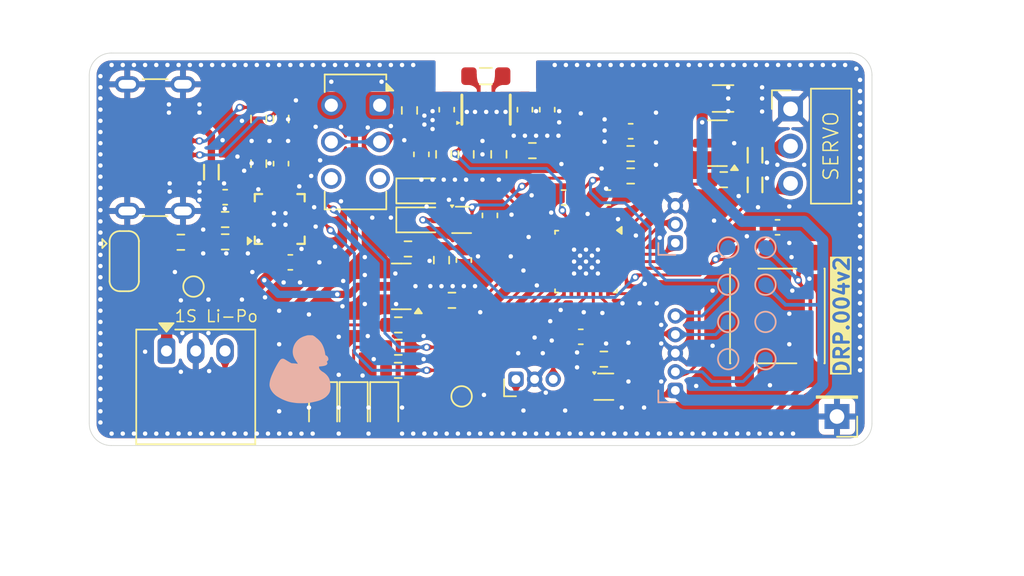
<source format=kicad_pcb>
(kicad_pcb (version 20241229) (generator "pcbnew") (generator_version "9.0")
  (title_block (title "DRP.004") (date "2025-04-06") (rev "v2") (company "SaintCarbonara"))
  (layers (0 "F.Cu" signal) (2 "B.Cu" signal) (13 "F.Paste" user) (15 "B.Paste" user) (5 "F.SilkS" user "F.Silkscreen") (7 "B.SilkS" user "B.Silkscreen") (1 "F.Mask" user) (3 "B.Mask" user) (25 "Edge.Cuts" user))
  (net 0 "")
  (net 1 "+3V3")
  (net 2 "GND")
  (net 3 "ON_DETECT")
  (net 4 "EN_SYS")
  (net 5 "/power/power_control/SWITCH")
  (net 6 "ON_LATCH")
  (net 7 "/power/DC-DC_FB")
  (net 8 "VSYS")
  (net 9 "VBUS")
  (net 10 "+BATT")
  (net 11 "Net-(D3-K)")
  (net 12 "Net-(D4-K)")
  (net 13 "CHRG")
  (net 14 "PGOOD")
  (net 15 "TS")
  (net 16 "Net-(D5-K)")
  (net 17 "LED_RED")
  (net 18 "Net-(J2-CC2)")
  (net 19 "Net-(J2-CC1)")
  (net 20 "ADC_BATT")
  (net 21 "NRST")
  (net 22 "Net-(J6-Pin_1)")
  (net 23 "ADC_LDR")
  (net 24 "Net-(J1-Pin_3)")
  (net 25 "SERWO_PWM")
  (net 26 "Net-(J3-Pin_2)")
  (net 27 "SWCLK")
  (net 28 "SWDIO")
  (net 29 "USART_RX")
  (net 30 "USART_TX")
  (net 31 "Net-(JP1-A)")
  (net 32 "Net-(U2-L2)")
  (net 33 "Net-(U2-L1)")
  (net 34 "Net-(Q1-G)")
  (net 35 "Net-(Q2-S)")
  (net 36 "Net-(Q2-G)")
  (net 37 "Net-(U1-ILIM)")
  (net 38 "Net-(U1-TMR)")
  (net 39 "Net-(U1-ISET)")
  (net 40 "MODE_SW")
  (net 41 "EN_SERVO")
  (net 42 "EN_LOAD_BATT")
  (net 43 "EN_LDR")
  (net 56 "Net-(Q4-B)")
  (footprint "Capacitor_SMD:C_0603_1608Metric" (layer "F.Cu") (at 121.666 59.69)
    (property "Reference" "C8" (hide yes))
    (property "Value" "4.7uF" (hide yes))
  )
  (footprint "Package_TO_SOT_SMD:SOT-23" (layer "F.Cu") (at 150.7975 51.562 180)
    (property "Reference" "Q1" (hide yes))
    (property "Value" "2N7002" (hide yes))
  )
  (footprint "STM32G031G8Ux:QFN-28_4x4mm_P0.5mm" (layer "F.Cu") (at 141.8336 59.6392 -90)
    (property "Reference" "U6" (hide yes))
    (property "Value" "STM32G031G8Ux" (hide yes))
  )
  (footprint "LED_SMD:LED_0805_2012Metric" (layer "F.Cu") (at 123.9012 69.5452 -90)
    (property "Reference" "D5" (hide yes))
    (property "Value" "LED" (hide yes))
  )
  (footprint "SOT-523:SOT-523" (layer "F.Cu") (at 133.35 56.7944)
    (property "Reference" "Q3" (hide yes))
    (property "Value" "DTC143Z" (hide yes))
  )
  (footprint "TPD1E10B06DPYR:X1SON-2_L1.0-W0.6-P0.65-BI" (layer "F.Cu") (at 116.2812 53.5352 -90)
    (property "Reference" "U7" (hide yes))
    (property "Value" "TPD1E10B06DPYR" (hide yes))
  )
  (footprint "Capacitor_SMD:C_0603_1608Metric" (layer "F.Cu") (at 141.478 64.77)
    (property "Reference" "C16" (hide yes))
    (property "Value" "10nF" (hide yes))
  )
  (footprint "Connector_PinHeader_2.54mm:PinHeader_1x01_P2.54mm_Vertical" (layer "F.Cu") (at 158.9532 70.2056 180)
    (property "Reference" "TP6" (hide yes))
    (property "Value" "TestPoint" (hide yes))
  )
  (footprint "Capacitor_SMD:C_0603_1608Metric" (layer "F.Cu") (at 130.6068 52.324 -90)
    (property "Reference" "C7" (hide yes))
    (property "Value" "0.1uF" (hide yes))
  )
  (footprint "LED_SMD:LED_0805_2012Metric" (layer "F.Cu") (at 125.984 69.5452 -90)
    (property "Reference" "D3" (hide yes))
    (property "Value" "LED" (hide yes))
  )
  (footprint "Capacitor_SMD:C_0603_1608Metric" (layer "F.Cu") (at 143.3576 55.2704 180)
    (property "Reference" "C13" (hide yes))
    (property "Value" "0.1uF" (hide yes))
  )
  (footprint "Resistor_SMD:R_0603_1608Metric" (layer "F.Cu") (at 117.221 56.769 180)
    (property "Reference" "R4" (hide yes))
    (property "Value" "33k" (hide yes))
  )
  (footprint "TPD1E10B06DPYR:X1SON-2_L1.0-W0.6-P0.65-BI" (layer "F.Cu") (at 153.3652 54.4068 90)
    (property "Reference" "U4" (hide yes))
    (property "Value" "TPD1E10B06DPYR" (hide yes))
  )
  (footprint "Capacitor_SMD:C_0603_1608Metric" (layer "F.Cu") (at 137.668 49.276 -90)
    (property "Reference" "C3" (hide yes))
    (property "Value" "22uF" (hide yes))
  )
  (footprint "Capacitor_SMD:C_0603_1608Metric" (layer "F.Cu") (at 133.5024 59.5376 -90)
    (property "Reference" "C9" (hide yes))
    (property "Value" "10nF" (hide yes))
  )
  (footprint "Capacitor_SMD:C_0603_1608Metric" (layer "F.Cu") (at 121.031 52.959 90)
    (property "Reference" "C1" (hide yes))
    (property "Value" "4.7uF" (hide yes))
  )
  (footprint "conn:PinHeader_1x03_P1.27mm_Vertical" (layer "F.Cu") (at 137.0584 67.6656 90)
    (property "Reference" "J6" (hide yes))
    (property "Value" "Conn_01x03_Pin" (hide yes))
  )
  (footprint "Capacitor_SMD:C_0603_1608Metric" (layer "F.Cu") (at 132.334 49.276 -90)
    (property "Reference" "C2" (hide yes))
    (property "Value" "10uF" (hide yes))
  )
  (footprint "SWITCHES:SW_SPST_PTS645" (layer "F.Cu") (at 154.8892 63.3476 -90)
    (property "Reference" "SW2" (hide yes))
    (property "Value" "SW_Push" (hide yes))
  )
  (footprint "Connector_USB:USB_C_Receptacle_GCT_USB4125-xx-x-0190_6P_TopMnt_Horizontal" (layer "F.Cu") (at 111.3408 51.8648 -90)
    (property "Reference" "J2" (hide yes))
    (property "Value" "USB_C_Receptacle_PowerOnly_6P" (hide yes))
  )
  (footprint "Package_TO_SOT_SMD:SOT-23" (layer "F.Cu") (at 129.2352 61.3297 180)
    (property "Reference" "Q2" (hide yes))
    (property "Value" "2N7002" (hide yes))
  )
  (footprint "Resistor_SMD:R_0603_1608Metric" (layer "F.Cu") (at 129.0198 67.056 180)
    (property "Reference" "R21" (hide yes))
    (property "Value" "220" (hide yes))
  )
  (footprint "Capacitor_SMD:C_1206_3216Metric" (layer "F.Cu") (at 151.1808 48.514)
    (property "Reference" "C15" (hide yes))
    (property "Value" "47uF" (hide yes))
  )
  (footprint "Resistor_SMD:R_0603_1608Metric" (layer "F.Cu") (at 129.032 63.9572 180)
    (property "Reference" "R23" (hide yes))
    (property "Value" "220" (hide yes))
  )
  (footprint "Resistor_SMD:R_0603_1608Metric" (layer "F.Cu") (at 135.89 52.324 -90)
    (property "Reference" "R6" (hide yes))
    (property "Value" "33k" (hide yes))
  )
  (footprint "TPD1E10B06DPYR:X1SON-2_L1.0-W0.6-P0.65-BI" (layer "F.Cu") (at 153.3652 52.3828 90)
    (property "Reference" "U5" (hide yes))
    (property "Value" "TPD1E10B06DPYR" (hide yes))
  )
  (footprint "Resistor_SMD:R_0603_1608Metric" (layer "F.Cu") (at 114.1984 58.3184 180)
    (property "Reference" "R9" (hide yes))
    (property "Value" "10k" (hide yes))
  )
  (footprint "Capacitor_SMD:C_0603_1608Metric" (layer "F.Cu") (at 135.2804 56.4896 90)
    (property "Reference" "C10" (hide yes))
    (property "Value" "0.1uF" (hide yes))
  )
  (footprint "Resistor_SMD:R_0603_1608Metric" (layer "F.Cu") (at 119.507 49.911 90)
    (property "Reference" "R11" (hide yes))
    (property "Value" "5.1k" (hide yes))
  )
  (footprint "Resistor_SMD:R_0603_1608Metric" (layer "F.Cu") (at 131.9784 59.5376 90)
    (property "Reference" "R17" (hide yes))
    (property "Value" "10k" (hide yes))
  )
  (footprint "Resistor_SMD:R_0603_1608Metric" (layer "F.Cu") (at 129.6924 58.7756 180)
    (property "Reference" "R16" (hide yes))
    (property "Value" "10k" (hide yes))
  )
  (footprint "Resistor_SMD:R_0603_1608Metric" (layer "F.Cu") (at 143.0528 66.294 180)
    (property "Reference" "R22" (hide yes))
    (property "Value" "10k" (hide yes))
  )
  (footprint "Capacitor_SMD:C_0603_1608Metric" (layer "F.Cu") (at 117.221 55.245 180)
    (property "Reference" "C6" (hide yes))
    (property "Value" "1uF" (hide yes))
  )
  (footprint "Resistor_SMD:R_0603_1608Metric" (layer "F.Cu") (at 132.1308 52.324 90)
    (property "Reference" "R7" (hide yes))
    (property "Value" "10k" (hide yes))
  )
  (footprint "Resistor_SMD:R_0603_1608Metric" (layer "F.Cu") (at 144.8816 53.7972)
    (property "Reference" "R19" (hide yes))
    (property "Value" "10k" (hide yes))
  )
  (footprint "Jumper:SolderJumper-3_P1.3mm_Open_RoundedPad1.0x1.5mm" (layer "F.Cu") (at 110.3376 59.6092 -90)
    (property "Reference" "JP1" (hide yes))
    (property "Value" "SolderJumper_3_Open" (hide yes))
  )
  (footprint "Diode_SMD:D_SOD-323" (layer "F.Cu") (at 130.5052 56.7944)
    (property "Reference" "D2" (hide yes))
    (property "Value" "1N4148WS" (hide yes))
  )
  (footprint "TPS63802:DLA0010A" (layer "F.Cu") (at 135.016999 49.276 90)
    (property "Reference" "U2" (hide yes))
    (property "Value" "TPS63802DLAR" (hide yes))
  )
  (footprint "Resistor_SMD:R_0603_1608Metric" (layer "F.Cu") (at 129.032 65.4812 180)
    (property "Reference" "R20" (hide yes))
    (property "Value" "220" (hide yes))
  )
  (footprint "Capacitor_SMD:C_0603_1608Metric" (layer "F.Cu") (at 139.192 49.276 -90)
    (property "Reference" "C4" (hide yes))
    (property "Value" "22uF" (hide yes))
  )
  (footprint "Inductor_SMD:L_0805_2012Metric_Pad1.05x1.20mm_HandSolder" (layer "F.Cu") (at 135.001 46.99)
    (property "Reference" "L1" (hide yes))
    (property "Value" "0.47uh" (hide yes))
  )
  (footprint "Capacitor_SMD:C_0603_1608Metric" (layer "F.Cu") (at 140.3096 55.2704 180)
    (property "Reference" "C14" (hide yes))
    (property "Value" "0.1uF" (hide yes))
  )
  (footprint "Resistor_SMD:R_0603_1608Metric" (layer "F.Cu") (at 132.6896 62.2808 180)
    (property "Reference" "R13" (hide yes))
    (property "Value" "10k" (hide yes))
  )
  (footprint "Resistor_SMD:R_0603_1608Metric" (layer "F.Cu") (at 129.794 49.3268 90)
    (property "Reference" "R1" (hide yes))
    (property "Value" "0" (hide yes))
  )
  (footprint "Capacitor_SMD:C_0603_1608Metric" (layer "F.Cu") (at 154.9022 57.3024)
    (property "Reference" "C11" (hide yes))
    (property "Value" "0.1uF" (hide yes))
  )
  (footprint "Button_Switch_THT:SW_CK_JS202011CQN_DPDT_Straight" (layer "F.Cu") (at 127.76 48.975 -90)
    (property "Reference" "SW1" (hide yes))
    (property "Value" "SW_Slide_DPDT" (hide yes))
  )
  (footprint "Resistor_SMD:R_0603_1608Metric" (layer "F.Cu") (at 144.8816 52.2732)
    (property "Reference" "R18" (hide yes))
    (property "Value" "10k" (hide yes))
  )
  (footprint "Diode_SMD:D_SOD-323" (layer "F.Cu") (at 130.5052 54.8132)
    (property "Reference" "D1" (hide yes))
    (property "Value" "1N4148WS" (hide yes))
  )
  (footprint "Resistor_SMD:R_0603_1608Metric" (layer "F.Cu") (at 133.6548 52.324 90)
    (property "Reference" "R8" (hide yes))
    (property "Value" "10k" (hide yes))
  )
  (footprint "LED_SMD:LED_0805_2012Metric" (layer "F.Cu") (at 128.0696 69.5452 -90)
    (property "Reference" "D4" (hide yes))
    (property "Value" "LED" (hide yes))
  )
  (footprint "SOT-523:SOT-523" (layer "F.Cu") (at 143.0528 68.1736)
    (property "Reference" "Q4" (hide yes))
    (property "Value" "DTC143Z" (hide yes))
  )
  (footprint "Resistor_SMD:R_0603_1608Metric" (layer "F.Cu") (at 151.2316 54.0512)
    (property "Reference" "R12" (hide yes))
    (property "Value" "10k" (hide yes))
  )
  (footprint "TestPoint:TestPoint_Pad_D1.0mm" (layer "F.Cu") (at 133.35 68.834)
    (property "Reference" "TP7" (hide yes))
    (property "Value" "TestPoint" (hide yes))
  )
  (footprint "Capacitor_SMD:C_0603_1608Metric" (layer "F.Cu") (at 144.8816 50.7492 180)
    (property "Reference" "C12" (hide yes))
    (property "Value" "4.7uF" (hide yes))
  )
  (footprint "conn:PinHeader_1x03_P2.54mm_Horizontal" (layer "F.Cu") (at 155.7874 49.2252)
    (property "Reference" "J3" (hide yes))
    (property "Value" "Conn_01x03_Pin" (hide yes))
  )
  (footprint "conn:JST_PH_S3B-PH-K_1x03_P2.00mm_Horizontal" (layer "F.Cu") (at 113.2144 65.7352)
    (property "Reference" "J1" (hide yes))
    (property "Value" "Conn_01x03_Pin" (hide yes))
  )
  (footprint "Resistor_SMD:R_0603_1608Metric" (layer "F.Cu") (at 119.507 52.959 90)
    (property "Reference" "R3" (hide yes))
    (property "Value" "1.8k" (hide yes))
  )
  (footprint "BQ24703:RGT16_1P7X1P7" (layer "F.Cu") (at 120.942801 56.731789 90)
    (property "Reference" "U1" (hide yes))
    (property "Value" "BQ24073RGTR" (hide yes))
  )
  (footprint "Resistor_SMD:R_0603_1608Metric" (layer "F.Cu") (at 121.031 49.911 90)
    (property "Reference" "R10" (hide yes))
    (property "Value" "5.1k" (hide yes))
  )
  (footprint "TestPoint:TestPoint_Pad_D1.0mm" (layer "F.Cu") (at 115.062 61.341)
    (property "Reference" "TP3" (hide yes))
    (property "Value" "TestPoint" (hide yes))
  )
  (footprint "Resistor_SMD:R_0603_1608Metric" (layer "F.Cu") (at 138.176 52.07 180)
    (property "Reference" "R2" (hide yes))
    (property "Value" "180k" (hide yes))
  )
  (footprint "Resistor_SMD:R_0603_1608Metric" (layer "F.Cu") (at 117.221 58.293)
    (property "Reference" "R5" (hide yes))
    (property "Value" "3.3k" (hide yes))
  )
  (footprint "TestPoint:TestPoint_Pad_D1.0mm" (layer "B.Cu") (at 154.0764 58.674 180)
    (property "Reference" "TP1" (hide yes))
    (property "Value" "TestPoint" (hide yes))
  )
  (footprint "TestPoint:TestPoint_Pad_D1.0mm" (layer "B.Cu") (at 151.5364 63.754 180)
    (property "Reference" "TP4" (hide yes))
    (property "Value" "TestPoint" (hide yes))
  )
  (footprint "TestPoint:TestPoint_Pad_D1.0mm" (layer "B.Cu") (at 151.5364 58.674 180)
    (property "Reference" "TP11" (hide yes))
    (property "Value" "TestPoint" (hide yes))
  )
  (footprint "DUCK:DUCK" (layer "B.Cu") (at 122.2756 67.0052 180)
    (property "Reference" "#G1" (hide yes))
    (property "Value" "LOGO" (hide yes))
  )
  (footprint "TestPoint:TestPoint_Pad_D1.0mm" (layer "B.Cu") (at 151.5364 61.214 180)
    (property "Reference" "TP5" (hide yes))
    (property "Value" "TestPoint" (hide yes))
  )
  (footprint "TestPoint:TestPoint_Pad_D1.0mm" (layer "B.Cu") (at 154.0764 66.294 90)
    (property "Reference" "TP9" (hide yes))
    (property "Value" "TestPoint" (hide yes))
  )
  (footprint "TestPoint:TestPoint_Pad_D1.0mm" (layer "B.Cu") (at 154.0764 61.214 180)
    (property "Reference" "TP2" (hide yes))
    (property "Value" "TestPoint" (hide yes))
  )
  (footprint "conn:PinHeader_1x03_P1.27mm_Vertical" (layer "B.Cu") (at 147.9296 58.3692)
    (property "Reference" "J5" (hide yes))
    (property "Value" "Conn_01x03_Pin" (hide yes))
  )
  (footprint "conn:PinHeader_1x05_P1.27mm_Vertical" (layer "B.Cu") (at 147.9296 68.4276)
    (property "Reference" "J4" (hide yes))
    (property "Value" "Conn_01x05_Pin" (hide yes))
  )
  (footprint "TestPoint:TestPoint_Pad_D1.0mm" (layer "B.Cu") (at 151.5364 66.294 -90)
    (property "Reference" "TP10" (hide yes))
    (property "Value" "TestPoint" (hide yes))
  )
  (footprint "TestPoint:TestPoint_Pad_D1.0mm" (layer "B.Cu") (at 154.0764 63.754 180)
    (property "Reference" "TP8" (hide yes))
    (property "Value" "TestPoint" (hide yes))
  )
  (gr_line (start 109.45 45.4152) (end 159.8408 45.4152) (stroke (width 0.05)) (layer "Edge.Cuts"))
  (gr_line (start 161.3408 46.9152) (end 161.3408 70.6868) (stroke (width 0.05)) (layer "Edge.Cuts"))
  (gr_arc (start 161.3408 70.6868) (mid 160.90146 71.74746) (end 159.8408 72.1868) (stroke (width 0.05)) (layer "Edge.Cuts"))
  (gr_line (start 159.8408 72.1868) (end 109.45 72.1868) (stroke (width 0.05)) (layer "Edge.Cuts"))
  (gr_arc (start 109.45 72.1868) (mid 108.38934 71.74746) (end 107.95 70.6868) (stroke (width 0.05)) (layer "Edge.Cuts"))
  (gr_line (start 107.95 70.6868) (end 107.95 46.9152) (stroke (width 0.05)) (layer "Edge.Cuts"))
  (gr_arc (start 159.8408 45.4152) (mid 160.90146 45.85454) (end 161.3408 46.9152) (stroke (width 0.05)) (layer "Edge.Cuts"))
  (gr_arc (start 107.95 46.9152) (mid 108.38934 45.85454) (end 109.45 45.4152) (stroke (width 0.05)) (layer "Edge.Cuts"))
  (gr_text "1S Li-Po" (at 113.7144 63.8352 0) (layer "F.SilkS") (effects (font (size 0.8 0.8) (thickness 0.1)) (justify left bottom)))
  (gr_text "DRP.004${REVISION}" (at 158.6992 63.3476 90) (layer "F.SilkS" knockout) (effects (font (size 1 1) (thickness 0.2) (bold yes)) (justify top)))
  (gr_text "SERVO" (at 158.5468 51.7652 90) (layer "F.SilkS") (effects (font (size 1 1) (thickness 0.1))))
  (segment (start 144.0818 55.251557) (end 143.9496 55.383757) (width 0.25) (layer "F.Cu") (net 1))
  (segment (start 142.3336 57.0056) (end 142.3336 57.7017) (width 0.25) (layer "F.Cu") (net 1))
  (segment (start 140.6652 51.3588) (end 139.954 52.07) (width 0.254) (layer "F.Cu") (net 1))
  (segment (start 143.9496 55.383757) (end 143.9496 55.3896) (width 0.25) (layer "F.Cu") (net 1))
  (segment (start 143.9496 55.3896) (end 142.3336 57.0056) (width 0.25) (layer "F.Cu") (net 1))
  (segment (start 139.954 52.07) (end 139.001 52.07) (width 0.254) (layer "F.Cu") (net 1))
  (segment (start 144.0688 68.7832) (end 147.574 68.7832) (width 0.25) (layer "F.Cu") (net 1))
  (segment (start 149.7584 50.1396) (end 149.7584 51.4604) (width 0.75) (layer "F.Cu") (net 1))
  (segment (start 139.192 48.501) (end 140.6652 48.501) (width 0.254) (layer "F.Cu") (net 1))
  (segment (start 145.6436 48.514) (end 145.6566 48.501) (width 0.75) (layer "F.Cu") (net 1))
  (segment (start 145.6566 50.6984) (end 145.6566 53.7472) (width 0.75) (layer "F.Cu") (net 1))
  (segment (start 137.668 48.501) (end 139.192 48.501) (width 0.75) (layer "F.Cu") (net 1))
  (segment (start 145.6566 48.501) (end 149.6928 48.501) (width 0.75) (layer "F.Cu") (net 1))
  (segment (start 149.7584 48.5666) (end 149.7584 50.1396) (width 0.75) (layer "F.Cu") (net 1))
  (segment (start 145.7066 53.7972) (end 145.7066 54.2422) (width 0.75) (layer "F.Cu") (net 1))
  (segment (start 145.6566 50.6984) (end 145.6566 48.527) (width 0.75) (layer "F.Cu") (net 1))
  (segment (start 149.6928 48.501) (end 149.7058 48.514) (width 0.75) (layer "F.Cu") (net 1))
  (segment (start 145.7066 54.2422) (end 144.697243 55.251557) (width 0.75) (layer "F.Cu") (net 1))
  (segment (start 143.6978 68.1736) (end 143.6978 68.4122) (width 0.25) (layer "F.Cu") (net 1))
  (segment (start 145.6306 48.501) (end 145.6436 48.514) (width 0.75) (layer "F.Cu") (net 1))
  (segment (start 145.6566 53.7472) (end 145.7066 53.7972) (width 0.75) (layer "F.Cu") (net 1))
  (segment (start 139.192 48.501) (end 145.6306 48.501) (width 0.75) (layer "F.Cu") (net 1))
  (segment (start 144.0818 55.251557) (end 144.0818 55.119357) (width 0.75) (layer "F.Cu") (net 1))
  (segment (start 140.6652 48.501) (end 140.6652 51.3588) (width 0.254) (layer "F.Cu") (net 1))
  (segment (start 149.7584 51.4604) (end 149.86 51.562) (width 0.75) (layer "F.Cu") (net 1))
  (segment (start 144.697243 55.251557) (end 144.0818 55.251557) (width 0.75) (layer "F.Cu") (net 1))
  (segment (start 147.574 68.7832) (end 147.9296 68.4276) (width 0.25) (layer "F.Cu") (net 1))
  (segment (start 145.6566 48.527) (end 145.6436 48.514) (width 0.75) (layer "F.Cu") (net 1))
  (segment (start 149.7058 48.514) (end 149.7584 48.5666) (width 0.75) (layer "F.Cu") (net 1))
  (segment (start 143.6978 68.4122) (end 144.0688 68.7832) (width 0.25) (layer "F.Cu") (net 1))
  (via (at 149.7584 50.1396) (size 0.5) (drill 0.3) (layers "F.Cu" "B.Cu") (net 1))
  (segment (start 156.9212 69.088) (end 148.59 69.088) (width 0.75) (layer "B.Cu") (net 1))
  (segment (start 156.718 56.896) (end 157.988 58.166) (width 0.75) (layer "B.Cu") (net 1))
  (segment (start 157.988 62.484) (end 157.975 62.497) (width 0.5) (layer "B.Cu") (net 1))
  (segment (start 152.4762 56.896) (end 156.718 56.896) (width 0.75) (layer "B.Cu") (net 1))
  (segment (start 157.988 62.484) (end 157.988 68.0212) (width 0.75) (layer "B.Cu") (net 1))
  (segment (start 149.7584 54.1782) (end 152.4762 56.896) (width 0.75) (layer "B.Cu") (net 1))
  (segment (start 149.7584 50.1396) (end 149.7584 54.1782) (width 0.75) (layer "B.Cu") (net 1))
  (segment (start 148.59 69.088) (end 147.9296 68.4276) (width 0.75) (layer "B.Cu") (net 1))
  (segment (start 157.988 58.166) (end 157.988 62.484) (width 0.75) (layer "B.Cu") (net 1))
  (segment (start 157.8864 62.5856) (end 157.988 62.484) (width 0.25) (layer "B.Cu") (net 1))
  (segment (start 154.0764 61.214) (end 154.0764 61.2648) (width 0.25) (layer "B.Cu") (net 1))
  (segment (start 154.0764 61.214) (end 155.448 62.5856) (width 0.25) (layer "B.Cu") (net 1))
  (segment (start 157.988 68.0212) (end 156.9212 69.088) (width 0.75) (layer "B.Cu") (net 1))
  (segment (start 155.448 62.5856) (end 157.8864 62.5856) (width 0.25) (layer "B.Cu") (net 1))
  (segment (start 141.8336 56.415) (end 141.8336 57.7017) (width 0.25) (layer "F.Cu") (net 2))
  (segment (start 121.664865 56.052795) (end 121.319564 56.398096) (width 0.25) (layer "F.Cu") (net 2))
  (segment (start 141.8606 56.388) (end 141.8336 56.415) (width 0.25) (layer "F.Cu") (net 2))
  (segment (start 121.681802 55.992788) (end 120.942801 56.731789) (width 0.25) (layer "F.Cu") (net 2))
  (segment (start 121.681802 57.47079) (end 121.336501 57.125489) (width 0.25) (layer "F.Cu") (net 2))
  (segment (start 135.016999 49.437801) (end 135.0264 49.4284) (width 0.25) (layer "F.Cu") (net 2))
  (segment (start 121.681802 58.19579) (end 121.681802 57.47079) (width 0.25) (layer "F.Cu") (net 2))
  (segment (start 121.319564 57.185496) (end 121.319564 57.426438) (width 0.25) (layer "F.Cu") (net 2))
  (segment (start 119.4678 56.981852) (end 120.692738 56.981852) (width 0.25) (layer "F.Cu") (net 2))
  (segment (start 122.406614 55.992788) (end 121.681802 55.992788) (width 0.25) (layer "F.Cu") (net 2))
  (segment (start 121.480138 56.981852) (end 121.336501 57.125489) (width 0.25) (layer "F.Cu") (net 2))
  (segment (start 141.945943 56.388) (end 141.8606 56.388) (width 0.25) (layer "F.Cu") (net 2))
  (segment (start 135.016999 50.176001) (end 135.016999 49.437801) (width 0.25) (layer "F.Cu") (net 2))
  (segment (start 121.675865 57.782739) (end 121.675865 58.266797) (width 0.25) (layer "F.Cu") (net 2))
  (segment (start 135.016999 51.165001) (end 134.7724 51.4096) (width 0.25) (layer "F.Cu") (net 2))
  (segment (start 121.463201 57.041859) (end 121.319564 57.185496) (width 0.25) (layer "F.Cu") (net 2))
  (segment (start 120.388527 57.041859) (end 120.532164 57.185496) (width 0.25) (layer "F.Cu") (net 2))
  (segment (start 135.016999 50.176001) (end 135.016999 51.165001) (width 0.25) (layer "F.Cu") (net 2))
  (segment (start 120.692738 56.981852) (end 120.942801 56.731789) (width 0.25) (layer "F.Cu") (net 2))
  (segment (start 122.417802 56.981852) (end 121.480138 56.981852) (width 0.25) (layer "F.Cu") (net 2))
  (segment (start 141.8336 58.8264) (end 141.8336 57.7017) (width 0.25) (layer "F.Cu") (net 2))
  (segment (start 122.417802 55.9816) (end 122.406614 55.992788) (width 0.25) (layer "F.Cu") (net 2))
  (segment (start 132.6314 57.5056) (end 132.7992 57.3378) (width 0.2) (layer "F.Cu") (net 2))
  (segment (start 121.692802 58.20679) (end 121.681802 58.19579) (width 0.25) (layer "F.Cu") (net 2))
  (via (at 139.4968 65.024) (size 0.5) (drill 0.3) (layers "F.Cu" "B.Cu") (net 2))
  (via (at 115.4684 49.4792) (size 0.5) (drill 0.3) (layers "F.Cu" "B.Cu") (net 2))
  (via (at 136.7536 56.4388) (size 0.5) (drill 0.3) (layers "F.Cu" "B.Cu") (net 2))
  (via (at 141.945943 56.388) (size 0.5) (drill 0.3) (layers "F.Cu" "B.Cu") (net 2))
  (via (at 127 69.596) (size 0.5) (drill 0.3) (layers "F.Cu" "B.Cu") (net 2))
  (via (at 150.368 46.228) (size 0.5) (drill 0.3) (layers "F.Cu" "B.Cu") (net 2))
  (via (at 153.5684 55.9308) (size 0.5) (drill 0.3) (layers "F.Cu" "B.Cu") (net 2))
  (via (at 141.0208 58.8264) (size 0.5) (drill 0.3) (layers "F.Cu" "B.Cu") (net 2))
  (via (at 133.4008 55.372) (size 0.5) (drill 0.3) (layers "F.Cu" "B.Cu") (net 2))
  (via (at 111.76 46.228) (size 0.5) (drill 0.3) (layers "F.Cu" "B.Cu") (net 2))
  (via (at 108.712 59.182) (size 0.5) (drill 0.3) (layers "F.Cu" "B.Cu") (net 2))
  (via (at 144.7292 67.818) (size 0.5) (drill 0.3) (layers "F.Cu" "B.Cu") (net 2))
  (via (at 124.968 67.3608) (size 0.5) (drill 0.3) (layers "F.Cu" "B.Cu") (net 2))
  (via (at 160.528 52.578) (size 0.5) (drill 0.3) (layers "F.Cu" "B.Cu") (net 2))
  (via (at 124.46 47.371) (size 0.5) (drill 0.3) (layers "F.Cu" "B.Cu") (net 2))
  (via (at 152.908 71.374) (size 0.5) (drill 0.3) (layers "F.Cu" "B.Cu") (net 2))
  (via (at 146.812 71.374) (size 0.5) (drill 0.3) (layers "F.Cu" "B.Cu") (net 2))
  (via (at 139.461258 56.296998) (size 0.5) (drill 0.3) (layers "F.Cu" "B.Cu") (net 2))
  (via (at 117.094 71.374) (size 0.5) (drill 0.3) (layers "F.Cu" "B.Cu") (net 2))
  (via (at 111.76 65.786) (size 0.5) (drill 0.3) (layers "F.Cu" "B.Cu") (net 2))
  (via (at 141.224 66.8528) (size 0.5) (drill 0.3) (layers "F.Cu" "B.Cu") (net 2))
  (via (at 123.19 71.374) (size 0.5) (drill 0.3) (layers "F.Cu" "B.Cu") (net 2))
  (via (at 120.2436 51.4096) (size 0.5) (drill 0.3) (layers "F.Cu" "B.Cu") (net 2))
  (via (at 108.712 52.324) (size 0.5) (drill 0.3) (layers "F.Cu" "B.Cu") (net 2))
  (via (at 155.956 71.374) (size 0.5) (drill 0.3) (layers "F.Cu" "B.Cu") (net 2))
  (via (at 153.846 49.403) (size 0.5) (drill 0.3) (layers "F.Cu" "B.Cu") (net 2))
  (via (at 114.1984 62.2808) (size 0.5) (drill 0.3) (layers "F.Cu" "B.Cu") (net 2))
  (via (at 140.4112 69.7992) (size 0.5) (drill 0.3) (layers "F.Cu" "B.Cu") (net 2))
  (via (at 113.3856 48.9204) (size 0.5) (drill 0.3) (layers "F.Cu" "B.Cu") (net 2))
  (via (at 114.3 64.516) (size 0.5) (drill 0.3) (layers "F.Cu" "B.Cu") (net 2))
  (via (at 151.9428 51.562) (size 0.5) (drill 0.3) (layers "F.Cu" "B.Cu") (net 2))
  (via (at 148.082 46.228) (size 0.5) (drill 0.3) (layers "F.Cu" "B.Cu") (net 2))
  (via (at 119.0244 51.4096) (size 0.5) (drill 0.3) (layers "F.Cu" "B.Cu") (net 2))
  (via (at 136.144 71.374) (size 0.5) (drill 0.3) (layers "F.Cu" "B.Cu") (net 2))
  (via (at 115.7224 59.0804) (size 0.5) (drill 0.3) (layers "F.Cu" "B.Cu") (net 2))
  (via (at 138.8872 65.8876) (size 0.5) (drill 0.3) (layers "F.Cu" "B.Cu") (net 2))
  (via (at 143.1036 49.9364) (size 0.5) (drill 0.3) (layers "F.Cu" "B.Cu") (net 2))
  (via (at 127.3556 66.294) (size 0.5) (drill 0.3) (layers "F.Cu" "B.Cu") (net 2))
  (via (at 122.3264 61.0616) (size 0.5) (drill 0.3) (layers "F.Cu" "B.Cu") (net 2))
  (via (at 122.428 58.7756) (size 0.5) (drill 0.3) (layers "F.Cu" "B.Cu") (net 2))
  (via (at 154.178 53.9496) (size 0.5) (drill 0.3) (layers "F.Cu" "B.Cu") (net 2))
  (via (at 134.4676 59.2836) (size 0.5) (drill 0.3) (layers "F.Cu" "B.Cu") (net 2))
  (via (at 121.5136 49.9364) (size 0.5) (drill 0.3) (layers "F.Cu" "B.Cu") (net 2))
  (via (at 160.528 64.77) (size 0.5) (drill 0.3) (layers "F.Cu" "B.Cu") (net 2))
  (via (at 129.286 46.228) (size 0.5) (drill 0.3) (layers "F.Cu" "B.Cu") (net 2))
  (via (at 141.8336 58.8264) (size 0.5) (drill 0.3) (layers "F.Cu" "B.Cu") (net 2))
  (via (at 143.1036 50.6984) (size 0.5) (drill 0.3) (layers "F.Cu" "B.Cu") (net 2))
  (via (at 125.222 62.6872) (size 0.5) (drill 0.3) (layers "F.Cu" "B.Cu") (net 2))
  (via (at 130.81 50.292) (size 0.5) (drill 0.3) (layers "F.Cu" "B.Cu") (net 2))
  (via (at 120.904 65.278) (size 0.5) (drill 0.3) (layers "F.Cu" "B.Cu") (net 2))
  (via (at 160.274 46.482) (size 0.5) (drill 0.3) (layers "F.Cu" "B.Cu") (net 2))
  (via (at 155.702 58.3692) (size 0.5) (drill 0.3) (layers "F.Cu" "B.Cu") (net 2))
  (via (at 160.528 67.056) (size 0.5) (drill 0.3) (layers "F.Cu" "B.Cu") (net 2))
  (via (at 108.712 51.562) (size 0.5) (drill 0.3) (layers "F.Cu" "B.Cu") (net 2))
  (via (at 119.38 46.228) (size 0.5) (drill 0.3) (layers "F.Cu" "B.Cu") (net 2))
  (via (at 110.998 46.228) (size 0.5) (drill 0.3) (layers "F.Cu" "B.Cu") (net 2))
  (via (at 130.9624 55.88) (size 0.5) (drill 0.3) (layers "F.Cu" "B.Cu") (net 2))
  (via (at 142.6464 60.452) (size 0.5) (drill 0.3) (layers "F.Cu" "B.Cu") (net 2))
  (via (at 123.19 46.228) (size 0.5) (drill 0.3) (layers "F.Cu" "B.Cu") (net 2))
  (via (at 122.2756 54.5084) (size 0.5) (drill 0.3) (layers "F.Cu" "B.Cu") (net 2))
  (via (at 136.3472 49.4284) (size 0.5) (drill 0.3) (layers "F.Cu" "B.Cu") (net 2))
  (via (at 139.7 46.228) (size 0.5) (drill 0.3) (layers "F.Cu" "B.Cu") (net 2))
  (via (at 160.528 50.292) (size 0.5) (drill 0.3) (layers "F.Cu" "B.Cu") (net 2))
  (via (at 160.528 66.294) (size 0.5) (drill 0.3) (layers "F.Cu" "B.Cu") (net 2))
  (via (at 143.2052 65.2272) (size 0.5) (drill 0.3) (layers "F.Cu" "B.Cu") (net 2))
  (via (at 132.8928 54.0512) (size 0.5) (drill 0.3) (layers "F.Cu" "B.Cu") (net 2))
  (via (at 157.988 46.228) (size 0.5) (drill 0.3) (layers "F.Cu" "B.Cu") (net 2))
  (via (at 123.2916 55.9308) (size 0.5) (drill 0.3) (layers "F.Cu" "B.Cu") (net 2))
  (via (at 154.8892 53.0352) (size 0.5) (drill 0.3) (layers "F.Cu" "B.Cu") (net 2))
  (via (at 130.7592 64.7192) (size 0.5) (drill 0.3) (layers "F.Cu" "B.Cu") (net 2))
  (via (at 151.384 71.374) (size 0.5) (drill 0.3) (layers "F.Cu" "B.Cu") (net 2))
  (via (at 141.8336 60.452) (size 0.5) (drill 0.3) (layers "F.Cu" "B.Cu") (net 2))
  (via (at 115.4684 54.3052) (size 0.5) (drill 0.3) (layers "F.Cu" "B.Cu") (net 2))
  (via (at 146.6596 62.484) (size 0.5) (drill 0.3) (layers "F.Cu" "B.Cu") (net 2))
  (via (at 134.874 68.7324) (size 0.5) (drill 0.3) (layers "F.Cu" "B.Cu") (net 2))
  (via (at 140.0048 49.3776) (size 0.5) (drill 0.3) (layers "F.Cu" "B.Cu") (net 2))
  (via (at 131.3688 49.9872) (size 0.5) (drill 0.3) (layers "F.Cu" "B.Cu") (net 2))
  (via (at 141.0208 60.452) (size 0.5) (drill 0.3) (layers "F.Cu" "B.Cu") (net 2))
  (via (at 144.272 69.596) (size 0.5) (drill 0.3) (layers "F.Cu" "B.Cu") (net 2))
  (via (at 115.57 46.228) (size 0.5) (drill 0.3) (layers "F.Cu" "B.Cu") (net 2))
  (via (at 131.2164 61.3156) (size 0.5) (drill 0.3) (layers "F.Cu" "B.Cu") (net 2))
  (via (at 129.286 69.596) (size 0.5) (drill 0.3) (layers "F.Cu" "B.Cu") (net 2))
  (via (at 155.702 65.278) (size 0.5) (drill 0.3) (layers "F.Cu" "B.Cu") (net 2))
  (via (at 130.048 46.228) (size 0.5) (drill 0.3) (layers "F.Cu" "B.Cu") (net 2))
  (via (at 108.712 46.99) (size 0.5) (drill 0.3) (layers "F.Cu" "B.Cu") (net 2))
  (via (at 150.4696 65.3796) (size 0.5) (drill 0.3) (layers "F.Cu" "B.Cu") (net 2))
  (via (at 125.2728 60.96) (size 0.5) (drill 0.3) (layers "F.Cu" "B.Cu") (net 2))
  (via (at 109.474 71.374) (size 0.5) (drill 0.3) (layers "F.Cu" "B.Cu") (net 2))
  (via (at 120.904 62.992) (size 0.5) (drill 0.3) (layers "F.Cu" "B.Cu") (net 2))
  (via (at 149.606 46.228) (size 0.5) (drill 0.3) (layers "F.Cu" "B.Cu") (net 2))
  (via (at 160.528 51.054) (size 0.5) (drill 0.3) (layers "F.Cu" "B.Cu") (net 2))
  (via (at 138.3284 64.8208) (size 0.5) (drill 0.3) (layers "F.Cu" "B.Cu") (net 2))
  (via (at 160.528 53.34) (size 0.5) (drill 0.3) (layers "F.Cu" "B.Cu") (net 2))
  (via (at 139.192 71.374) (size 0.5) (drill 0.3) (layers "F.Cu" "B.Cu") (net 2))
  (via (at 108.712 53.848) (size 0.5) (drill 0.3) (layers "F.Cu" "B.Cu") (net 2))
  (via (at 153.416 46.228) (size 0.5) (drill 0.3) (layers "F.Cu" "B.Cu") (net 2))
  (via (at 141.224 46.228) (size 0.5) (drill 0.3) (layers "F.Cu" "B.Cu") (net 2))
  (via (at 108.712 57.658) (size 0.5) (drill 0.3) (layers "F.Cu" "B.Cu") (net 2))
  (via (at 108.712 47.752) (size 0.5) (drill 0.3) (layers "F.Cu" "B.Cu") (net 2))
  (via (at 149.098 71.374) (size 0.5) (drill 0.3) (layers "F.Cu" "B.Cu") (net 2))
  (via (at 113.3856 49.4792) (size 0.5) (drill 0.3) (layers "F.Cu" "B.Cu") (net 2))
  (via (at 129.286 71.374) (size 0.5) (drill 0.3) (layers "F.Cu" "B.Cu") (net 2))
  (via (at 138.43 71.374) (size 0.5) (drill 0.3) (layers "F.Cu" "B.Cu") (net 2))
  (via (at 119.0752 60.3504) (size 0.5) (drill 0.3) (layers "F.Cu" "B.Cu") (net 2))
  (via (at 145.4912 62.484) (size 0.5) (drill 0.3) (layers "F.Cu" "B.Cu") (net 2))
  (via (at 142.6464 59.6392) (size 0.5) (drill 0.3) (layers "F.Cu" "B.Cu") (net 2))
  (via (at 141.6812 63.0936) (size 0.5) (drill 0.3) (layers "F.Cu" "B.Cu") (net 2))
  (via (at 130.048 71.374) (size 0.5) (drill 0.3) (layers "F.Cu" "B.Cu") (net 2))
  (via (at 115.57 71.374) (size 0.5) (drill 0.3) (layers "F.Cu" "B.Cu") (net 2))
  (via (at 121.5136 51.4096) (size 0.5) (drill 0.3) (layers "F.Cu" "B.Cu") (net 2))
  (via (at 135.0264 49.4284) (size 0.5) (drill 0.3) (layers "F.Cu" "B.Cu") (net 2))
  (via (at 116.1288 67.1068) (size 0.5) (drill 0.3) (layers "F.Cu" "B.Cu") (net 2))
  (via (at 108.712 62.992) (size 0.5) (drill 0.3) (layers "F.Cu" "B.Cu") (net 2))
  (via (at 108.712 49.276) (size 0.5) (drill 0.3) (layers "F.Cu" "B.Cu") (net 2))
  (via (at 138.1252 55.118) (size 0.5) (drill 0.3) (layers "F.Cu" "B.Cu") (net 2))
  (via (at 142.24 59.2328) (size 0.5) (drill 0.3) (layers "F.Cu" "B.Cu") (net 2))
  (via (at 139.0904 68.58) (size 0.5) (drill 0.3) (layers "F.Cu" "B.Cu") (net 2))
  (via (at 141.224 65.8368) (size 0.5) (drill 0.3) (layers "F.Cu" "B.Cu") (net 2))
  (via (at 117.1956 56.0324) (size 0.5) (drill 0.3) (layers "F.Cu" "B.Cu") (net 2))
  (via (at 142.9004 53.2892) (size 0.5) (drill 0.3) (layers "F.Cu" "B.Cu") (net 2))
  (via (at 155.9052 61.6204) (size 0.5) (drill 0.3) (layers "F.Cu" "B.Cu") (net 2))
  (via (at 160.528 61.722) (size 0.5) (drill 0.3) (layers "F.Cu" "B.Cu") (net 2))
  (via (at 141.986 46.228) (size 0.5) (drill 0.3) (layers "F.Cu" "B.Cu") (net 2))
  (via (at 108.712 70.612) (size 0.5) (drill 0.3) (layers "F.Cu" "B.Cu") (net 2))
  (via (at 119.4816 54.7116) (size 0.5) (drill 0.3) (layers "F.Cu" "B.Cu") (net 2))
  (via (at 123.3932 50.4444) (size 0.5) (drill 0.3) (layers "F.Cu" "B.Cu") (net 2))
  (via (at 160.528 57.15) (size 0.5) (drill 0.3) (layers "F.Cu" "B.Cu") (net 2))
  (via (at 134.7724 51.4096) (size 0.5) (drill 0.3) (layers "F.Cu" "B.Cu") (net 2))
  (via (at 145.796 46.228) (size 0.5) (drill 0.3) (layers "F.Cu" "B.Cu") (net 2))
  (via (at 146.9644 67.818) (size 0.5) (drill 0.3) (layers "F.Cu" "B.Cu") (net 2))
  (via (at 117.2972 59.0804) (size 0.5) (drill 0.3) (layers "F.Cu" "B.Cu") (net 2))
  (via (at 154.3812 68.072) (size 0.5) (drill 0.3) (layers "F.Cu" "B.Cu") (net 2))
  (via (at 117.0432 51.3588) (size 0.5) (drill 0.3) (layers "F.Cu" "B.Cu") (net 2))
  (via (at 108.712 64.516) (size 0.5) (drill 0.3) (layers "F.Cu" "B.Cu") (net 2))
  (via (at 142.9512 63.1444) (size 0.5) (drill 0.3) (layers "F.Cu" "B.Cu") (net 2))
  (via (at 146.9644 65.2272) (size 0.5) (drill 0.3) (layers "F.Cu" "B.Cu") (net 2))
  (via (at 124.968 71.374) (size 0.5) (drill 0.3) (layers "F.Cu" "B.Cu") (net 2))
  (via (at 160.528 56.388) (size 0.5) (drill 0.3) (layers "F.Cu" "B.Cu") (net 2))
  (via (at 151.5346 49.3776) (size 0.5) (drill 0.3) (layers "F.Cu" "B.Cu") (net 2))
  (via (at 118.5164 53.4416) (size 0.5) (drill 0.3) (layers "F.Cu" "B.Cu") (net 2))
  (via (at 126.746 62.5348) (size 0.5) (drill 0.3) (layers "F.Cu" "B.Cu") (net 2))
  (via (at 131.3688 54.0512) (size 0.5) (drill 0.3) (layers "F.Cu" "B.Cu") (net 2))
  (via (at 137.2108 65.8876) (size 0.5) (drill 0.3) (layers "F.Cu" "B.Cu") (net 2))
  (via (at 128.8288 60.452) (size 0.5) (drill 0.3) (layers "F.Cu" "B.Cu") (net 2))
  (via (at 148.336 71.374) (size 0.5) (drill 0.3) (layers "F.Cu" "B.Cu") (net 2))
  (via (at 134.7724 52.324) (size 0.5) (drill 0.3) (layers "F.Cu" "B.Cu") (net 2))
  (via (at 108.712 68.326) (size 0.5) (drill 0.3) (layers "F.Cu" "B.Cu") (net 2))
  (via (at 160.528 58.674) (size 0.5) (drill 0.3) (layers "F.Cu" "B.Cu") (net 2))
  (via (at 113.284 46.228) (size 0.5) (drill 0.3) (layers "F.Cu" "B.Cu") (net 2))
  (via (at 111.76 71.374) (size 0.5) (drill 0.3) (layers "F.Cu" "B.Cu") (net 2))
  (via (at 141.478 49.53) (size 0.5) (drill 0.3) (layers "F.Cu" "B.Cu") (net 2))
  (via (at 127.254 56.642) (size 0.5) (drill 0.3) (layers "F.Cu" "B.Cu") (net 2))
  (via (at 152.146 71.374) (size 0.5) (drill 0.3) (layers "F.Cu" "B.Cu") (net 2))
  (via (at 157.0736 60.8076) (size 0.5) (drill 0.3) (layers "F.Cu" "B.Cu") (net 2))
  (via (at 132.1308 54.0512) (size 0.5) (drill 0.3) (layers "F.Cu" "B.Cu") (net 2))
  (via (at 120.904 71.374) (size 0.5) (drill 0.3) (layers "F.Cu" "B.Cu") (net 2))
  (via (at 109.474 46.228) (size 0.5) (drill 0.3) (layers "F.Cu" "B.Cu") (net 2))
  (via (at 120.904 46.228) (size 0.5) (drill 0.3) (layers "F.Cu" "B.Cu") (net 2))
  (via (at 158.75 46.228) (size 0.5) (drill 0.3) (layers "F.Cu" "B.Cu") (net 2))
  (via (at 154.94 46.228) (size 0.5) (drill 0.3) (layers "F.Cu" "B.Cu") (net 2))
  (via (at 139.3952 63.7032) (size 0.5) (drill 0.3) (layers "F.Cu" "B.Cu") (net 2))
  (via (at 152.8064 57.912) (size 0.5) (drill 0.3) (layers "F.Cu" "B.Cu") (net 2))
  (via (at 126.9492 64.7192) (size 0.5) (drill 0.3) (layers "F.Cu" "B.Cu") (net 2))
  (via (at 124.714 46.228) (size 0.5) (drill 0.3) (layers "F.Cu" "B.Cu") (net 2))
  (via (at 151.5346 48.514) (size 0.5) (drill 0.3) (layers "F.Cu" "B.Cu") (net 2))
  (via (at 117.856 71.374) (size 0.5) (drill 0.3) (layers "F.Cu" "B.Cu") (net 2))
  (via (at 113.284 71.374) (size 0.5) (drill 0.3) (layers "F.Cu" "B.Cu") (net 2))
  (via (at 143.51 46.228) (size 0.5) (drill 0.3) (layers "F.Cu" "B.Cu") (net 2))
  (via (at 125.1204 55.5244) (size 0.5) (drill 0.3) (layers "F.Cu" "B.Cu") (net 2))
  (via (at 127 46.228) (size 0.5) (drill 0.3) (layers "F.Cu" "B.Cu") (net 2))
  (via (at 145.796 69.596) (size 0.5) (drill 0.3) (layers "F.Cu" "B.Cu") (net 2))
  (via (at 115.7224 57.4548) (size 0.5) (drill 0.3) (layers "F.Cu" "B.Cu") (net 2))
  (via (at 108.712 69.088) (size 0.5) (drill 0.3) (layers "F.Cu" "B.Cu") (net 2))
  (via (at 135.382 71.374) (size 0.5) (drill 0.3) (layers "F.Cu" "B.Cu") (net 2))
  (via (at 146.6088 49.4792) (size 0.5) (drill 0.3) (layers "F.Cu" "B.Cu") (net 2))
  (via (at 122.936 69.596) (size 0.5) (drill 0.3) (layers "F.Cu" "B.Cu") (net 2))
  (via (at 146.05 71.374) (size 0.5) (drill 0.3) (layers "F.Cu" "B.Cu") (net 2))
  (via (at 155.702 63.1952) (size 0.5) (drill 0.3) (layers "F.Cu" "B.Cu") (net 2))
  (via (at 133.5024 61.3156) (size 0.5) (drill 0.3) (layers "F.Cu" "B.Cu") (net 2))
  (via (at 118.364 62.23) (size 0.5) (drill 0.3) (layers "F.Cu" "B.Cu") (net 2))
  (via (at 154.178 52.8828) (size 0.5) (drill 0.3) (layers "F.Cu" "B.Cu") (net 2))
  (via (at 114.808 71.374) (size 0.5) (drill 0.3) (layers "F.Cu" "B.Cu") (net 2))
  (via (at 108.712 67.564) (size 0.5) (drill 0.3) (layers "F.Cu" "B.Cu") (net 2))
  (via (at 120.904 69.85) (size 0.5) (drill 0.3) (layers "F.Cu" "B.Cu") (net 2))
  (via (at 134.2644 49.4284) (size 0.5) (drill 0.3) (layers "F.Cu" "B.Cu") (net 2))
  (via (at 115.4684 54.864) (size 0.5) (drill 0.3) (layers "F.Cu" "B.Cu") (net 2))
  (via (at 114.046 71.374) (size 0.5) (drill 0.3) (layers "F.Cu" "B.Cu") (net 2))
  (via (at 136.906 71.374) (size 0.5) (drill 0.3) (layers "F.Cu" "B.Cu") (net 2))
  (via (at 122.936 63.246) (size 0.5) (drill 0.3) (layers "F.Cu" "B.Cu") (net 2))
  (via (at 114.808 46.228) (size 0.5) (drill 0.3) (layers "F.Cu" "B.Cu") (net 2))
  (via (at 119.4816 58.2168) (size 0.5) (drill 0.3) (layers "F.Cu" "B.Cu") (net 2))
  (via (at 132.334 71.374) (size 0.5) (drill 0.3) (layers "F.Cu" "B.Cu") (net 2))
  (via (at 139.954 71.374) (size 0.5) (drill 0.3) (layers "F.Cu" "B.Cu") (net 2))
  (via (at 130.2004 61.3156) (size 0.5) (drill 0.3) (layers "F.Cu" "B.Cu") (net 2))
  (via (at 135.7376 49.4284) (size 0.5) (drill 0.3) (layers "F.Cu" "B.Cu") (net 2))
  (via (at 108.712 61.468) (size 0.5) (drill 0.3) (layers "F.Cu" "B.Cu") (net 2))
  (via (at 124.968 69.596) (size 0.5) (drill 0.3) (layers "F.Cu" "B.Cu") (net 2))
  (via (at 142.6464 58.8264) (size 0.5) (drill 0.3) (layers "F.Cu" "B.Cu") (net 2))
  (via (at 143.002 71.374) (size 0.5) (drill 0.3) (layers "F.Cu" "B.Cu") (net 2))
  (via (at 156.464 46.228) (size 0.5) (drill 0.3) (layers "F.Cu" "B.Cu") (net 2))
  (via (at 128.524 50.3936) (size 0.5) (drill 0.3) (layers "F.Cu" "B.Cu") (net 2))
  (via (at 160.528 64.008) (size 0.5) (drill 0.3) (layers "F.Cu" "B.Cu") (net 2))
  (via (at 140.0048 50.1396) (size 0.5) (drill 0.3) (layers "F.Cu" "B.Cu") (net 2))
  (via (at 156.718 53.0352) (size 0.5) (drill 0.3) (layers "F.Cu" "B.Cu") (net 2))
  (via (at 108.712 50.038) (size 0.5) (drill 0.3) (layers "F.Cu" "B.Cu") (net 2))
  (via (at 117.1448 54.3052) (size 0.5) (drill 0.3) (layers "F.Cu" "B.Cu") (net 2))
  (via (at 160.528 62.484) (size 0.5) (drill 0.3) (layers "F.Cu" "B.Cu") (net 2))
  (via (at 155.702 46.228) (size 0.5) (drill 0.3) (layers "F.Cu" "B.Cu") (net 2))
  (via (at 116.332 46.228) (size 0.5) (drill 0.3) (layers "F.Cu" "B.Cu") (net 2))
  (via (at 108.712 55.372) (size 0.5) (drill 0.3) (layers "F.Cu" "B.Cu") (net 2))
  (via (at 123.6472 59.69) (size 0.5) (drill 0.3) (layers "F.Cu" "B.Cu") (net 2))
  (via (at 114.1984 67.1576) (size 0.5) (drill 0.3) (layers "F.Cu" "B.Cu") (net 2))
  (via (at 146.8628 58.0136) (size 0.5) (drill 0.3) (layers "F.Cu" "B.Cu") (net 2))
  (via (at 148.844 46.228) (size 0.5) (drill 0.3) (layers "F.Cu" "B.Cu") (net 2))
  (via (at 118.618 71.374) (size 0.5) (drill 0.3) (layers "F.Cu" "B.Cu") (net 2))
  (via (at 140.1572 52.9844) (size 0.5) (drill 0.3) (layers "F.Cu" "B.Cu") (net 2))
  (via (at 144.526 71.374) (size 0.5) (drill 0.3) (layers "F.Cu" "B.Cu") (net 2))
  (via (at 119.38 71.374) (size 0.5) (drill 0.3) (layers "F.Cu" "B.Cu") (net 2))
  (via (at 112.522 71.374) (size 0.5) (drill 0.3) (layers "F.Cu" "B.Cu") (net 2))
  (via (at 127.762 46.228) (size 0.5) (drill 0.3) (layers "F.Cu" "B.Cu") (net 2))
  (via (at 138.43 51.054) (size 0.5) (drill 0.3) (layers "F.Cu" "B.Cu") (net 2))
  (via (at 108.712 53.086) (size 0.5) (drill 0.3) (layers "F.Cu" "B.Cu") (net 2))
  (via (at 128.8796 62.5348) (size 0.5) (drill 0.3) (layers "F.Cu" "B.Cu") (net 2))
  (via (at 137.668 71.374) (size 0.5) (drill 0.3) (layers "F.Cu" "B.Cu") (net 2))
  (via (at 133.6548 54.0512) (size 0.5) (drill 0.3) (layers "F.Cu" "B.Cu") (net 2))
  (via (at 153.67 71.374) (size 0.5) (drill 0.3) (layers "F.Cu" "B.Cu") (net 2))
  (via (at 110.236 71.374) (size 0.5) (drill 0.3) (layers "F.Cu" "B.Cu") (net 2))
  (via (at 151.892 46.228) (size 0.5) (drill 0.3) (layers "F.Cu" "B.Cu") (net 2))
  (via (at 121.666 71.374) (size 0.5) (drill 0.3) (layers "F.Cu" "B.Cu") (net 2))
  (via (at 108.712 60.706) (size 0.5) (drill 0.3) (layers "F.Cu" "B.Cu") (net 2))
  (via (at 139.954 51.054) (size 0.5) (drill 0.3) (layers "F.Cu" "B.Cu") (net 2))
  (via (at 108.712 48.514) (size 0.5) (drill 0.3) (layers "F.Cu" "B.Cu") (net 2))
  (via (at 108.712 62.23) (size 0.5) (drill 0.3) (layers "F.Cu" "B.Cu") (net 2))
  (via (at 139.192 51.054) (size 0.5) (drill 0.3) (layers "F.Cu" "B.Cu") (net 2))
  (via (at 142.24 71.374) (size 0.5) (drill 0.3) (layers "F.Cu" "B.Cu") (net 2))
  (via (at 143.1036 51.4604) (size 0.5) (drill 0.3) (layers "F.Cu" "B.Cu") (net 2))
  (via (at 160.528 55.626) (size 0.5) (drill 0.3) (layers "F.Cu" "B.Cu") (net 2))
  (via (at 122.428 71.374) (size 0.5) (drill 0.3) (layers "F.Cu" "B.Cu") (net 2))
  (via (at 146.9644 63.9572) (size 0.5) (drill 0.3) (layers "F.Cu" "B.Cu") (net 2))
  (via (at 155.702 55.88) (size 0.5) (drill 0.3) (layers "F.Cu" "B.Cu") (net 2))
  (via (at 131.572 71.374) (size 0.5) (drill 0.3) (layers "F.Cu" "B.Cu") (net 2))
  (via (at 134.62 71.374) (size 0.5) (drill 0.3) (layers "F.Cu" "B.Cu") (net 2))
  (via (at 133.858 71.374) (size 0.5) (drill 0.3) (layers "F.Cu" "B.Cu") (net 2))
  (via (at 157.226 46.228) (size 0.5) (drill 0.3) (layers "F.Cu" "B.Cu") (net 2))
  (via (at 154.178 46.228) (size 0.5) (drill 0.3) (layers "F.Cu" "B.Cu") (net 2))
  (via (at 144.272 46.228) (size 0.5) (drill 0.3) (layers "F.Cu" "B.Cu") (net 2))
  (via (at 126.238 46.228) (size 0.5) (drill 0.3) (layers "F.Cu" "B.Cu") (net 2))
  (via (at 117.856 46.228) (size 0.5) (drill 0.3) (layers "F.Cu" "B.Cu") (net 2))
  (via (at 127.889 47.371) (size 0.5) (drill 0.3) (layers "F.Cu" "B.Cu") (net 2))
  (via (at 154.432 71.374) (size 0.5) (drill 0.3) (layers "F.Cu" "B.Cu") (net 2))
  (via (at 130.81 71.374) (size 0.5) (drill 0.3) (layers "F.Cu" "B.Cu") (net 2))
  (via (at 160.528 60.96) (size 0.5) (drill 0.3) (layers "F.Cu" "B.Cu") (net 2))
  (via (at 120.2436 52.9336) (size 0.5) (drill 0.3) (layers "F.Cu" "B.Cu") (net 2))
  (via (at 160.528 49.53) (size 0.5) (drill 0.3) (layers "F.Cu" "B.Cu") (net 2))
  (via (at 141.4272 59.2328) (size 0.5) (drill 0.3) (layers "F.Cu" "B.Cu") (net 2))
  (via (at 160.528 51.816) (size 0.5) (drill 0.3) (layers "F.Cu" "B.Cu") (net 2))
  (via (at 122.047 48.641) (size 0.5) (drill 0.3) (layers "F.Cu" "B.Cu") (net 2))
  (via (at 122.428 46.228) (size 0.5) (drill 0.3) (layers "F.Cu" "B.Cu") (net 2))
  (via (at 123.952 46.228) (size 0.5) (drill 0.3) (layers "F.Cu" "B.Cu") (net 2))
  (via (at 118.0592 52.4764) (size 0.5) (drill 0.3) (layers "F.Cu" "B.Cu") (net 2))
  (via (at 127 71.374) (size 0.5) (drill 0.3) (layers "F.Cu" "B.Cu") (net 2))
  (via (at 143.2052 54.6608) (size 0.5) (drill 0.3) (layers "F.Cu" "B.Cu") (net 2))
  (via (at 132.7404 61.3156) (size 0.5) (drill 0.3) (layers "F.Cu" "B.Cu") (net 2))
  (via (at 129.4384 51.3588) (size 0.5) (drill 0.3) (layers "F.Cu" "B.Cu") (net 2))
  (via (at 141.0208 59.6392) (size 0.5) (drill 0.3) (layers "F.Cu" "B.Cu") (net 2))
  (via (at 126.9492 50.4952) (size 0.5) (drill 0.3) (layers "F.Cu" "B.Cu") (net 2))
  (via (at 153.846 48.514) (size 0.5) (drill 0.3) (layers "F.Cu" "B.Cu") (net 2))
  (via (at 160.528 47.244) (size 0.5) (drill 0.3) (layers "F.Cu" "B.Cu") (net 2))
  (via (at 146.558 46.228) (size 0.5) (drill 0.3) (layers "F.Cu" "B.Cu") (net 2))
  (via (at 160.528 65.532) (size 0.5) (drill 0.3) (layers "F.Cu" "B.Cu") (net 2))
  (via (at 147.32 46.228) (size 0.5) (drill 0.3) (layers "F.Cu" "B.Cu") (net 2))
  (via (at 141.4272 60.0456) (size 0.5) (drill 0.3) (layers "F.Cu" "B.Cu") (net 2))
  (via (at 123.3932 57.2516) (size 0.5) (drill 0.3) (layers "F.Cu" "B.Cu") (net 2))
  (via (at 133.7056 49.4284) (size 0.5) (drill 0.3) (layers "F.Cu" "B.Cu") (net 2))
  (via (at 149.86 71.374) (size 0.5) (drill 0.3) (layers "F.Cu" "B.Cu") (net 2))
  (via (at 137.5664 69.7992) (size 0.5) (drill 0.3) (layers "F.Cu" "B.Cu") (net 2))
  (via (at 155.8544 59.3344) (size 0.5) (drill 0.3) (layers "F.Cu" "B.Cu") (net 2))
  (via (at 160.528 54.102) (size 0.5) (drill 0.3) (layers "F.Cu" "B.Cu") (net 2))
  (via (at 160.528 63.246) (size 0.5) (drill 0.3) (layers "F.Cu" "B.Cu") (net 2))
  (via (at 123.0884 53.7972) (size 0.5) (drill 0.3) (layers "F.Cu" "B.Cu") (net 2))
  (via (at 160.528 48.006) (size 0.5) (drill 0.3) (layers "F.Cu" "B.Cu") (net 2))
  (via (at 137.922 57.9628) (size 0.5) (drill 0.3) (layers "F.Cu" "B.Cu") (net 2))
  (via (at 115.4684 55.4228) (size 0.5) (drill 0.3) (layers "F.Cu" "B.Cu") (net 2))
  (via (at 113.4364 54.864) (size 0.5) (drill 0.3) (layers "F.Cu" "B.Cu") (net 2))
  (via (at 112.522 46.228) (size 0.5) (drill 0.3) (layers "F.Cu" "B.Cu") (net 2))
  (via (at 149.352 68.1228) (size 0.5) (drill 0.3) (layers "F.Cu" "B.Cu") (net 2))
  (via (at 144.7292 65.1764) (size 0.5) (drill 0.3) (layers "F.Cu" "B.Cu") (net 2))
  (via (at 116.078 62.23) (size 0.5) (drill 0.3) (layers "F.Cu" "B.Cu") (net 2))
  (via (at 123.698 52.7304) (size 0.5) (drill 0.3) (layers "F.Cu" "B.Cu") (net 2))
  (via (at 124.714 58.6232) (size 0.5) (drill 0.3) (layers "F.Cu" "B.Cu") (net 2))
  (via (at 119.9388 62.0776) (size 0.5) (drill 0.3) (layers "F.Cu" "B.Cu") (net 2))
  (via (at 144.018 56.7436) (size 0.5) (drill 0.3) (layers "F.Cu" "B.Cu") (net 2))
  (via (at 150.5712 56.8452) (size 0.5) (drill 0.3) (layers "F.Cu" "B.Cu") (net 2))
  (via (at 142.24 60.0456) (size 0.5) (drill 0.3) (layers "F.Cu" "B.Cu") (net 2))
  (via (at 150.4696 61.6204) (size 0.5) (drill 0.3) (layers "F.Cu" "B.Cu") (net 2))
  (via (at 160.528 57.912) (size 0.5) (drill 0.3) (layers "F.Cu" "B.Cu") (net 2))
  (via (at 118.618 46.228) (size 0.5) (drill 0.3) (layers "F.Cu" "B.Cu") (net 2))
  (via (at 108.712 54.61) (size 0.5) (drill 0.3) (layers "F.Cu" "B.Cu") (net 2))
  (via (at 113.792 60.3504) (size 0.5) (drill 0.3) (layers "F.Cu" "B.Cu") (net 2))
  (via (at 125.1204 50.4444) (size 0.5) (drill 0.3) (layers "F.Cu" "B.Cu") (net 2))
  (via (at 121.666 46.228) (size 0.5) (drill 0.3) (layers "F.Cu" "B.Cu") (net 2))
  (via (at 151.5346 47.752) (size 0.5) (drill 0.3) (layers "F.Cu" "B.Cu") (net 2))
  (via (at 117.094 46.228) (size 0.5) (drill 0.3) (layers "F.Cu" "B.Cu") (net 2))
  (via (at 131.9784 61.3156) (size 0.5) (drill 0.3) (layers "F.Cu" "B.Cu") (net 2))
  (via (at 137.5664 60.2488) (size 0.5) (drill 0.3) (layers "F.Cu" "B.Cu") (net 2))
  (via (at 134.7724 54.0512) (size 0.5) (drill 0.3) (layers "F.Cu" "B.Cu") (net 2))
  (via (at 120.142 71.374) (size 0.5) (drill 0.3) (layers "F.Cu" "B.Cu") (net 2))
  (via (at 126.746 60.5536) (size 0.5) (drill 0.3) (layers "F.Cu" "B.Cu") (net 2))
  (via (at 145.8468 61.1632) (size 0.5) (drill 0.3) (layers "F.Cu" "B.Cu") (net 2))
  (via (at 136.906 51.054) (size 0.5) (drill 0.3) (layers "F.Cu" "B.Cu") (net 2))
  (via (at 131.1656 59.5884) (size 0.5) (drill 0.3) (layers "F.Cu" "B.Cu") (net 2))
  (via (at 141.478 71.374) (size 0.5) (drill 0.3) (layers "F.Cu" "B.Cu") (net 2))
  (via (at 118.7704 59.0804) (size 0.5) (drill 0.3) (layers "F.Cu" "B.Cu") (net 2))
  (via (at 110.998 71.374) (size 0.5) (drill 0.3) (layers "F.Cu" "B.Cu") (net 2))
  (via (at 136.7028 59.2836) (size 0.5) (drill 0.3) (layers "F.Cu" "B.Cu") (net 2))
  (via (at 108.712 66.802) (size 0.5) (drill 0.3) (layers "F.Cu" "B.Cu") (net 2))
  (via (at 145.2372 57.8612) (size 0.5) (drill 0.3) (layers "F.Cu" "B.Cu") (net 2))
  (via (at 141.8336 59.6392) (size 0.5) (drill 0.3) (layers "F.Cu" "B.Cu") (net 2))
  (via (at 108.712 56.896) (size 0.5) (drill 0.3) (layers "F.Cu" "B.Cu") (net 2))
  (via (at 147.574 71.374) (size 0.5) (drill 0.3) (layers "F.Cu" "B.Cu") (net 2))
  (via (at 114.046 46.228) (size 0.5) (drill 0.3) (layers "F.Cu" "B.Cu") (net 2))
  (via (at 133.096 71.374) (size 0.5) (drill 0.3) (layers "F.Cu" "B.Cu") (net 2))
  (via (at 130.81 49.6824) (size 0.5) (drill 0.3) (layers "F.Cu" "B.Cu") (net 2))
  (via (at 119.0244 52.9336) (size 0.5) (drill 0.3) (layers "F.Cu" "B.Cu") (net 2))
  (via (at 160.528 54.864) (size 0.5) (drill 0.3) (layers "F.Cu" "B.Cu") (net 2))
  (via (at 115.4684 48.9204) (size 0.5) (drill 0.3) (layers "F.Cu" "B.Cu") (net 2))
  (via (at 116.078 64.516) (size 0.5) (drill 0.3) (layers "F.Cu" "B.Cu") (net 2))
  (via (at 150.622 71.374) (size 0.5) (drill 0.3) (layers "F.Cu" "B.Cu") (net 2))
  (via (at 142.748 46.228) (size 0.5) (drill 0.3) (layers "F.Cu" "B.Cu") (net 2))
  (via (at 152.654 46.228) (size 0.5) (drill 0.3) (layers "F.Cu" "B.Cu") (net 2))
  (via (at 128.524 46.228) (size 0.5) (drill 0.3) (layers "F.Cu" "B.Cu") (net 2))
  (via (at 145.034 46.228) (size 0.5) (drill 0.3) (layers "F.Cu" "B.Cu") (net 2))
  (via (at 108.712 58.42) (size 0.5) (drill 0.3) (layers "F.Cu" "B.Cu") (net 2))
  (via (at 126.5936 67.4116) (size 0.5) (drill 0.3) (layers "F.Cu" "B.Cu") (net 2))
  (via (at 160.528 60.198) (size 0.5) (drill 0.3) (layers "F.Cu" "B.Cu") (net 2))
  (via (at 138.43 49.3776) (size 0.5) (drill 0.3) (layers "F.Cu" "B.Cu") (net 2))
  (via (at 143.764 71.374) (size 0.5) (drill 0.3) (layers "F.Cu" "B.Cu") (net 2))
  (via (at 108.712 69.85) (size 0.5) (drill 0.3) (layers "F.Cu" "B.Cu") (net 2))
  (via (at 137.668 51.054) (size 0.5) (drill 0.3) (layers "F.Cu" "B.Cu") (net 2))
  (via (at 153.846 47.752) (size 0.5) (drill 0.3) (layers "F.Cu" "B.Cu") (net 2))
  (via (at 134.2644 61.3156) (size 0.5) (drill 0.3) (layers "F.Cu" "B.Cu") (net 2))
  (via (at 110.236 46.228) (size 0.5) (drill 0.3) (layers "F.Cu" "B.Cu") (net 2))
  (via (at 151.13 46.228) (size 0.5) (drill 0.3) (layers "F.Cu" "B.Cu") (net 2))
  (via (at 131.3688 50.5968) (size 0.5) (drill 0.3) (layers "F.Cu" "B.Cu") (net 2))
  (via (at 108.712 56.134) (size 0.5) (drill 0.3) (layers "F.Cu" "B.Cu") (net 2))
  (via (at 130.7592 66.294) (size 0.5) (drill 0.3) (layers "F.Cu" "B.Cu") (net 2))
  (via (at 145.288 71.374) (size 0.5) (drill 0.3) (layers "F.Cu" "B.Cu") (net 2))
  (via (at 160.528 59.436) (size 0.5) (drill 0.3) (layers "F.Cu" "B.Cu") (net 2))
  (via (at 118.364 50.038) (size 0.5) (drill 0.3) (layers "F.Cu" "B.Cu") (net 2))
  (via (at 120.142 46.228) (size 0.5) (drill 0.3) (layers "F.Cu" "B.Cu") (net 2))
  (via (at 152.2476 55.1688) (size 0.5) (drill 0.3) (layers "F.Cu" "B.Cu") (net 2))
  (via (at 140.1064 62.9412) (size 0.5) (drill 0.3) (layers "F.Cu" "B.Cu") (net 2))
  (via (at 135.89 54.0512) (size 0.5) (drill 0.3) (layers "F.Cu" "B.Cu") (net 2))
  (via (at 108.712 63.754) (size 0.5) (drill 0.3) (layers "F.Cu" "B.Cu") (net 2))
  (via (at 132.4864 55.4228) (size 0.5) (drill 0.3) (layers "F.Cu" "B.Cu") (net 2))
  (via (at 146.6088 51.5112) (size 0.5) (drill 0.3) (layers "F.Cu" "B.Cu") (net 2))
  (via (at 121.2088 61.0616) (size 0.5) (drill 0.3) (layers "F.Cu" "B.Cu") (net 2))
  (via (at 113.4364 54.3052) (size 0.5) (drill 0.3) (layers "F.Cu" "B.Cu") (net 2))
  (via (at 138.4808 61.2648) (size 0.5) (drill 0.3) (layers "F.Cu" "B.Cu") (net 2))
  (via (at 144.3228 62.484) (size 0.5) (drill 0.3) (layers "F.Cu" "B.Cu") (net 2))
  (via (at 130.6068 54.0512) (size 0.5) (drill 0.3) (layers "F.Cu" "B.Cu") (net 2))
  (via (at 124.968 64.77) (size 0.5) (drill 0.3) (layers "F.Cu" "B.Cu") (net 2))
  (via (at 108.712 66.04) (size 0.5) (drill 0.3) (layers "F.Cu" "B.Cu") (net 2))
  (via (at 108.712 65.278) (size 0.5) (drill 0.3) (layers "F.Cu" "B.Cu") (net 2))
  (via (at 128.524 56.642) (size 0.5) (drill 0.3) (layers "F.Cu" "B.Cu") (net 2))
  (via (at 131.3688 49.3776) (size 0.5) (drill 0.3) (layers "F.Cu" "B.Cu") (net 2))
  (via (at 146.6088 53.0352) (size 0.5) (drill 0.3) (layers "F.Cu" "B.Cu") (net 2))
  (via (at 126.746 59.3344) (size 0.5) (drill 0.3) (layers "F.Cu" "B.Cu") (net 2))
  (via (at 108.712 50.8) (size 0.5) (drill 0.3) (layers "F.Cu" "B.Cu") (net 2))
  (via (at 116.332 71.374) (size 0.5) (drill 0.3) (layers "F.Cu" "B.Cu") (net 2))
  (via (at 155.194 71.374) (size 0.5) (drill 0.3) (layers "F.Cu" "B.Cu") (net 2))
  (via (at 108.712 59.944) (size 0.5) (drill 0.3) (layers "F.Cu" "B.Cu") (net 2))
  (via (at 140.716 71.374) (size 0.5) (drill 0.3) (layers "F.Cu" "B.Cu") (net 2))
  (via (at 159.512 46.228) (size 0.5) (drill 0.3) (layers "F.Cu" "B.Cu") (net 2))
  (via (at 160.528 48.768) (size 0.5) (drill 0.3) (layers "F.Cu" "B.Cu") (net 2))
  (via (at 125.476 46.228) (size 0.5) (drill 0.3) (layers "F.Cu" "B.Cu") (net 2))
  (via (at 134.62 63.0936) (size 0.5) (drill 0.3) (layers "F.Cu" "B.Cu") (net 2))
  (via (at 140.462 46.228) (size 0.5) (drill 0.3) (layers "F.Cu" "B.Cu") (net 2))
  (segment (start 151.5364 66.3956) (end 151.5364 66.294) (width 0.2) (layer "B.Cu") (net 2))
  (segment (start 143.7518 52.578) (end 144.0566 52.2732) (width 0.2) (layer "F.Cu") (net 3))
  (segment (start 138.2268 53.9496) (end 140.9192 53.9496) (width 0.2) (layer "F.Cu") (net 3))
  (segment (start 138.2398 57.2646) (end 139.1144 58.1392) (width 0.2) (layer "F.Cu") (net 3))
  (segment (start 135.2804 57.2646) (end 138.2398 57.2646) (width 0.2) (layer "F.Cu") (net 3))
  (segment (start 137.668 54.5084) (end 138.2268 53.9496) (width 0.2) (layer "F.Cu") (net 3))
  (segment (start 139.1144 58.1392) (end 139.8361 58.1392) (width 0.2) (layer "F.Cu") (net 3))
  (segment (start 137.4648 54.5084) (end 137.668 54.5084) (width 0.2) (layer "F.Cu") (net 3))
  (segment (start 142.2908 52.578) (end 143.7518 52.578) (width 0.2) (layer "F.Cu") (net 3))
  (segment (start 134.0612 56.7282) (end 133.995 56.7944) (width 0.2) (layer "F.Cu") (net 3))
  (segment (start 134.5314 57.2646) (end 135.2804 57.2646) (width 0.2) (layer "F.Cu") (net 3))
  (segment (start 134.0612 56.7944) (end 134.5314 57.2646) (width 0.2) (layer "F.Cu") (net 3))
  (segment (start 134.0612 55.9308) (end 134.0612 56.7282) (width 0.2) (layer "F.Cu") (net 3))
  (segment (start 133.995 56.7944) (end 134.0612 56.7944) (width 0.2) (layer "F.Cu") (net 3))
  (segment (start 140.9192 53.9496) (end 142.2908 52.578) (width 0.2) (layer "F.Cu") (net 3))
  (via (at 134.0612 55.9308) (size 0.5) (drill 0.3) (layers "F.Cu" "B.Cu") (net 3))
  (via (at 137.4648 54.5084) (size 0.5) (drill 0.3) (layers "F.Cu" "B.Cu") (net 3))
  (segment (start 134.2136 55.7784) (end 134.0612 55.9308) (width 0.2) (layer "B.Cu") (net 3))
  (segment (start 137.4648 54.5084) (end 136.1948 55.7784) (width 0.2) (layer "B.Cu") (net 3))
  (segment (start 136.1948 55.7784) (end 134.2136 55.7784) (width 0.2) (layer "B.Cu") (net 3))
  (segment (start 129.4552 56.7944) (end 129.4552 54.8132) (width 0.2) (layer "F.Cu") (net 4))
  (segment (start 127.76 51.475) (end 128.3184 51.475) (width 0.2) (layer "F.Cu") (net 4))
  (segment (start 134.016998 50.176001) (end 133.512818 50.176001) (width 0.2) (layer "F.Cu") (net 4))
  (segment (start 130.6068 50.9646) (end 129.794 50.1518) (width 0.2) (layer "F.Cu") (net 4))
  (segment (start 130.365 51.499) (end 129.4552 52.4088) (width 0.2) (layer "F.Cu") (net 4))
  (segment (start 129.6076 56.7944) (end 129.6416 56.7604) (width 0.2) (layer "F.Cu") (net 4))
  (segment (start 130.6068 51.549) (end 130.6068 50.9646) (width 0.2) (layer "F.Cu") (net 4))
  (segment (start 128.3184 51.475) (end 129.6924 50.101) (width 0.2) (layer "F.Cu") (net 4))
  (segment (start 132.1308 51.499) (end 130.6568 51.499) (width 0.2) (layer "F.Cu") (net 4))
  (segment (start 132.243 51.3868) (end 132.1308 51.499) (width 0.2) (layer "F.Cu") (net 4))
  (segment (start 132.302019 51.3868) (end 132.243 51.3868) (width 0.2) (layer "F.Cu") (net 4))
  (segment (start 129.87 50.101) (end 129.6924 50.101) (width 0.2) (layer "F.Cu") (net 4))
  (segment (start 130.6568 51.499) (end 130.6068 51.549) (width 0.2) (layer "F.Cu") (net 4))
  (segment (start 133.512818 50.176001) (end 132.302019 51.3868) (width 0.2) (layer "F.Cu") (net 4))
  (segment (start 129.4552 52.4088) (end 129.4552 54.8132) (width 0.2) (layer "F.Cu") (net 4))
  (segment (start 124.46 51.475) (end 127.76 51.475) (width 0.2) (layer "B.Cu") (net 4))
  (segment (start 152.6392 59.3676) (end 154.1272 57.8796) (width 0.2) (layer "F.Cu") (net 5))
  (segment (start 152.6392 67.3276) (end 152.6392 59.3676) (width 0.2) (layer "F.Cu") (net 5))
  (segment (start 130.7084 56.7944) (end 131.5552 56.7944) (width 0.2) (layer "F.Cu") (net 5))
  (segment (start 152.52 59.4868) (end 152.6392 59.3676) (width 0.2) (layer "F.Cu") (net 5))
  (segment (start 132.0552 56.2944) (end 131.5552 56.7944) (width 0.2) (layer "F.Cu") (net 5))
  (segment (start 154.1272 57.8796) (end 154.1272 57.3024) (width 0.2) (layer "F.Cu") (net 5))
  (segment (start 149.606 60.5536) (end 145.3388 60.5536) (width 0.2) (layer "F.Cu") (net 5))
  (segment (start 145.3388 60.5536) (end 145.1864 60.706) (width 0.2) (layer "F.Cu") (net 5))
  (segment (start 150.6728 59.4868) (end 149.606 60.5536) (width 0.2) (layer "F.Cu") (net 5))
  (segment (start 150.6728 59.4868) (end 152.52 59.4868) (width 0.2) (layer "F.Cu") (net 5))
  (segment (start 132.705 56.2944) (end 132.0552 56.2944) (width 0.2) (layer "F.Cu") (net 5))
  (via (at 130.7084 56.7944) (size 0.5) (drill 0.3) (layers "F.Cu" "B.Cu") (net 5))
  (via (at 150.6728 59.4868) (size 0.5) (drill 0.3) (layers "F.Cu" "B.Cu") (net 5))
  (via (at 145.1864 60.706) (size 0.5) (drill 0.3) (layers "F.Cu" "B.Cu") (net 5))
  (segment (start 136.1948 62.0776) (end 143.8148 62.0776) (width 0.2) (layer "B.Cu") (net 5))
  (segment (start 151.4856 58.674) (end 151.5364 58.674) (width 0.2) (layer "B.Cu") (net 5))
  (segment (start 150.6728 59.4868) (end 151.4856 58.674) (width 0.2) (layer "B.Cu") (net 5))
  (segment (start 130.9116 56.7944) (end 136.1948 62.0776) (width 0.2) (layer "B.Cu") (net 5))
  (segment (start 130.7084 56.7944) (end 130.9116 56.7944) (width 0.2) (layer "B.Cu") (net 5))
  (segment (start 143.8148 62.0776) (end 145.1864 60.706) (width 0.2) (layer "B.Cu") (net 5))
  (segment (start 136.0932 54.8132) (end 137.386 56.106) (width 0.2) (layer "F.Cu") (net 6))
  (segment (start 131.7076 54.8132) (end 136.0932 54.8132) (width 0.2) (layer "F.Cu") (net 6))
  (segment (start 137.386 56.106) (end 138.4528 56.106) (width 0.2) (layer "F.Cu") (net 6))
  (segment (start 139.9885 57.6417) (end 140.3336 57.6417) (width 0.2) (layer "F.Cu") (net 6))
  (segment (start 138.4528 56.106) (end 139.9885 57.6417) (width 0.2) (layer "F.Cu") (net 6))
  (segment (start 135.516998 51.125998) (end 135.516998 50.176001) (width 0.2) (layer "F.Cu") (net 7))
  (segment (start 135.954 51.499) (end 135.89 51.499) (width 0.2) (layer "F.Cu") (net 7))
  (segment (start 136.525 52.07) (end 135.954 51.499) (width 0.2) (layer "F.Cu") (net 7))
  (segment (start 137.351 52.07) (end 136.525 52.07) (width 0.2) (layer "F.Cu") (net 7))
  (segment (start 135.89 51.499) (end 135.516998 51.125998) (width 0.2) (layer "F.Cu") (net 7))
  (segment (start 156.3116 60.9092) (end 156.3116 60.1952) (width 0.25) (layer "F.Cu") (net 8))
  (segment (start 121.8692 69.9516) (end 122.4003 70.4827) (width 0.5) (layer "F.Cu") (net 8))
  (segment (start 122.428 53.086) (end 122.428 49.9364) (width 0.75) (layer "F.Cu") (net 8))
  (segment (start 127.937626 48.975) (end 127.76 48.975) (width 0.25) (layer "F.Cu") (net 8))
  (segment (start 125.3236 59.3344) (end 124.8664 59.7916) (width 0.3) (layer "F.Cu") (net 8))
  (segment (start 126.0348 48.975) (end 127.76 48.975) (width 0.75) (layer "F.Cu") (net 8))
  (segment (start 156.3116 60.1952) (end 157.1392 59.3676) (width 0.25) (layer "F.Cu") (net 8))
  (segment (start 127.76 48.975) (end 128.234 48.501) (width 0.75) (layer "F.Cu") (net 8))
  (segment (start 157.1392 61.8892) (end 157.1392 67.3276) (width 0.25) (layer "F.Cu") (net 8))
  (segment (start 156.3116 61.0616) (end 157.1392 61.8892) (width 0.25) (layer "F.Cu") (net 8))
  (segment (start 126.0348 58.6232) (end 126.0348 48.9712) (width 0.5) (layer "F.Cu") (net 8))
  (segment (start 122.428 49.9364) (end 123.3894 48.975) (width 0.75) (layer "F.Cu") (net 8))
  (segment (start 156.3116 60.9092) (end 156.3116 61.0616) (width 0.25) (layer "F.Cu") (net 8))
  (segment (start 121.78 53.734) (end 122.428 53.086) (width 0.75) (layer "F.Cu") (net 8))
  (segment (start 124.46 48.975) (end 126.0348 48.975) (width 0.75) (layer "F.Cu") (net 8))
  (segment (start 121.031 53.734) (end 121.78 53.734) (width 0.75) (layer "F.Cu") (net 8))
  (segment (start 125.3236 59.3344) (end 126.0348 58.6232) (width 0.5) (layer "F.Cu") (net 8))
  (segment (start 126.0348 48.9712) (end 126.0348 48.975) (width 0.75) (layer "F.Cu") (net 8))
  (segment (start 128.234 48.501) (end 132.334 48.501) (width 0.75) (layer "F.Cu") (net 8))
  (segment (start 128.0973 70.5104) (end 154.2288 70.5104) (width 0.35) (layer "F.Cu") (net 8))
  (segment (start 154.2288 70.5104) (end 157.1392 67.6) (width 0.35) (layer "F.Cu") (net 8))
  (segment (start 125.3236 59.3344) (end 121.8692 62.7888) (width 0.5) (layer "F.Cu") (net 8))
  (segment (start 121.8692 62.7888) (end 121.8692 69.9516) (width 0.5) (layer "F.Cu") (net 8))
  (segment (start 124.8664 59.7916) (end 122.616785 57.541985) (width 0.3) (layer "F.Cu") (net 8))
  (segment (start 122.616785 57.541985) (end 122.400865 57.541985) (width 0.3) (layer "F.Cu") (net 8))
  (segment (start 128.0696 70.4827) (end 128.0973 70.5104) (width 0.35) (layer "F.Cu") (net 8))
  (segment (start 123.3894 48.975) (end 124.46 48.975) (width 0.75) (layer "F.Cu") (net 8))
  (segment (start 122.4003 70.4827) (end 128.0696 70.4827) (width 0.5) (layer "F.Cu") (net 8))
  (segment (start 157.1392 67.6) (end 157.1392 67.3276) (width 0.35) (layer "F.Cu") (net 8))
  (via (at 156.3116 60.9092) (size 0.5) (drill 0.3) (layers "F.Cu" "B.Cu") (net 8))
  (segment (start 156.3116 60.9092) (end 154.0764 58.674) (width 0.25) (layer "B.Cu") (net 8))
  (segment (start 124.46 48.975) (end 124.8626 48.975) (width 0.75) (layer "B.Cu") (net 8))
  (segment (start 115.981201 53.0352) (end 116.2812 53.0352) (width 0.5) (layer "F.Cu") (net 9))
  (segment (start 114.4208 50.3448) (end 115.572 50.3448) (width 0.5) (layer "F.Cu") (net 9))
  (segment (start 117.0432 53.0352) (end 117.996 53.988) (width 0.5) (layer "F.Cu") (net 9))
  (segment (start 116.2812 51.054) (end 116.2812 53.0352) (width 0.5) (layer "F.Cu") (net 9))
  (segment (start 114.4208 53.3848) (end 115.631601 53.3848) (width 0.5) (layer "F.Cu") (net 9))
  (segment (start 117.996 53.988) (end 117.996 55.245) (width 0.5) (layer "F.Cu") (net 9))
  (segment (start 115.631601 53.3848) (end 115.981201 53.0352) (width 0.5) (layer "F.Cu") (net 9))
  (segment (start 116.2812 53.0352) (end 117.0432 53.0352) (width 0.5) (layer "F.Cu") (net 9))
  (segment (start 114.4208 53.3848) (end 114.50777 53.3848) (width 0.5) (layer "F.Cu") (net 9))
  (segment (start 115.572 50.3448) (end 116.2812 51.054) (width 0.5) (layer "F.Cu") (net 9))
  (segment (start 114.50777 53.3848) (end 114.528985 53.363585) (width 0.5) (layer "F.Cu") (net 9))
  (segment (start 119.888 60.9092) (end 120.891 59.9062) (width 0.75) (layer "F.Cu") (net 10))
  (segment (start 126.2493 61.3297) (end 128.2977 61.3297) (width 0.5) (layer "F.Cu") (net 10))
  (segment (start 124.8664 61.8744) (end 125.7046 61.8744) (width 0.5) (layer "F.Cu") (net 10))
  (segment (start 120.891 59.9062) (end 120.891 59.69) (width 0.75) (layer "F.Cu") (net 10))
  (segment (start 113.2144 65.7352) (end 113.2332 65.7164) (width 0.75) (layer "F.Cu") (net 10))
  (segment (start 125.7046 61.8744) (end 126.2493 61.3297) (width 0.5) (layer "F.Cu") (net 10))
  (segment (start 113.2332 65.7164) (end 113.2332 61.976) (width 0.75) (layer "F.Cu") (net 10))
  (segment (start 119.4816 61.3156) (end 119.888 60.9092) (width 0.75) (layer "F.Cu") (net 10))
  (segment (start 113.8936 61.3156) (end 119.4816 61.3156) (width 0.75) (layer "F.Cu") (net 10))
  (segment (start 113.2332 61.976) (end 113.8936 61.3156) (width 0.75) (layer "F.Cu") (net 10))
  (via (at 124.8664 61.8744) (size 0.5) (drill 0.3) (layers "F.Cu" "B.Cu") (net 10))
  (via (at 119.888 60.9092) (size 0.5) (drill 0.3) (layers "F.Cu" "B.Cu") (net 10))
  (segment (start 124.8664 61.8744) (end 120.8532 61.8744) (width 0.5) (layer "B.Cu") (net 10))
  (segment (start 120.8532 61.8744) (end 119.888 60.9092) (width 0.5) (layer "B.Cu") (net 10))
  (segment (start 126.1872 65.4812) (end 128.207 65.4812) (width 0.2) (layer "F.Cu") (net 11))
  (segment (start 125.984 65.6844) (end 126.1872 65.4812) (width 0.2) (layer "F.Cu") (net 11))
  (segment (start 125.984 68.6077) (end 125.984 65.6844) (width 0.2) (layer "F.Cu") (net 11))
  (segment (start 128.016 67.2348) (end 128.016 68.5541) (width 0.2) (layer "F.Cu") (net 12))
  (segment (start 128.1948 67.056) (end 128.016 67.2348) (width 0.2) (layer "F.Cu") (net 12))
  (segment (start 128.016 68.5541) (end 128.0696 68.6077) (width 0.2) (layer "F.Cu") (net 12))
  (segment (start 124.6124 56.0832) (end 124.5108 56.0832) (width 0.2) (layer "F.Cu") (net 13))
  (segment (start 139.8361 61.1392) (end 139.8093 61.1124) (width 0.2) (layer "F.Cu") (net 13))
  (segment (start 130.9624 65.4812) (end 129.857 65.4812) (width 0.2) (layer "F.Cu") (net 13))
  (segment (start 139.8093 61.1124) (end 139.446 61.1124) (width 0.2) (layer "F.Cu") (net 13))
  (segment (start 123.744395 55.316795) (end 121.675865 55.316795) (width 0.2) (layer "F.Cu") (net 13))
  (segment (start 135.0772 65.4812) (end 130.9624 65.4812) (width 0.2) (layer "F.Cu") (net 13))
  (segment (start 139.446 61.1124) (end 135.0772 65.4812) (width 0.2) (layer "F.Cu") (net 13))
  (segment (start 124.5108 56.0832) (end 123.744395 55.316795) (width 0.2) (layer "F.Cu") (net 13))
  (via (at 124.6124 56.0832) (size 0.5) (drill 0.3) (layers "F.Cu" "B.Cu") (net 13))
  (via (at 130.9624 65.4812) (size 0.5) (drill 0.3) (layers "F.Cu" "B.Cu") (net 13))
  (segment (start 124.6124 56.0832) (end 128.1176 59.5884) (width 0.2) (layer "B.Cu") (net 13))
  (segment (start 129.0828 65.4812) (end 130.9624 65.4812) (width 0.2) (layer "B.Cu") (net 13))
  (segment (start 128.1176 64.516) (end 129.0828 65.4812) (width 0.2) (layer "B.Cu") (net 13))
  (segment (start 128.1176 59.5884) (end 128.1176 64.516) (width 0.2) (layer "B.Cu") (net 13))
  (segment (start 140.3336 61.8504) (end 140.3336 61.6367) (width 0.2) (layer "F.Cu") (net 14))
  (segment (start 124.4092 57.4548) (end 123.436126 56.481726) (width 0.2) (layer "F.Cu") (net 14))
  (segment (start 123.436126 56.481726) (end 122.460872 56.481726) (width 0.2) (layer "F.Cu") (net 14))
  (segment (start 130.9624 67.056) (end 135.128 67.056) (width 0.2) (layer "F.Cu") (net 14))
  (segment (start 135.128 67.056) (end 140.3336 61.8504) (width 0.2) (layer "F.Cu") (net 14))
  (segment (start 129.8448 67.056) (end 130.9624 67.056) (width 0.2) (layer "F.Cu") (net 14))
  (segment (start 124.4092 57.5056) (end 124.4092 57.4548) (width 0.2) (layer "F.Cu") (net 14))
  (via (at 130.9624 67.056) (size 0.5) (drill 0.3) (layers "F.Cu" "B.Cu") (net 14))
  (via (at 124.4092 57.5056) (size 0.5) (drill 0.3) (layers "F.Cu" "B.Cu") (net 14))
  (segment (start 127.254 67.056) (end 130.9624 67.056) (width 0.2) (layer "B.Cu") (net 14))
  (segment (start 126.0348 65.8368) (end 127.254 67.056) (width 0.2) (layer "B.Cu") (net 14))
  (segment (start 124.4092 57.5056) (end 124.46 57.5056) (width 0.2) (layer "B.Cu") (net 14))
  (segment (start 124.46 57.5056) (end 126.0348 59.0804) (width 0.2) (layer "B.Cu") (net 14))
  (segment (start 126.0348 59.0804) (end 126.0348 65.8368) (width 0.2) (layer "B.Cu") (net 14))
  (segment (start 110.4184 59.69) (end 110.3376 59.6092) (width 0.2) (layer "F.Cu") (net 15))
  (segment (start 120.175863 58.266797) (end 120.175863 58.843337) (width 0.2) (layer "F.Cu") (net 15))
  (segment (start 119.3292 59.69) (end 110.4184 59.69) (width 0.2) (layer "F.Cu") (net 15))
  (segment (start 120.175863 58.843337) (end 119.3292 59.69) (width 0.2) (layer "F.Cu") (net 15))
  (segment (start 123.9012 64.7192) (end 123.9012 68.6077) (width 0.2) (layer "F.Cu") (net 16))
  (segment (start 124.6632 63.9572) (end 123.9012 64.7192) (width 0.2) (layer "F.Cu") (net 16))
  (segment (start 128.207 63.9572) (end 124.6632 63.9572) (width 0.2) (layer "F.Cu") (net 16))
  (segment (start 129.857 63.9572) (end 134.9756 63.9572) (width 0.2) (layer "F.Cu") (net 17))
  (segment (start 138.2936 60.6392) (end 139.8961 60.6392) (width 0.2) (layer "F.Cu") (net 17))
  (segment (start 134.9756 63.9572) (end 138.2936 60.6392) (width 0.2) (layer "F.Cu") (net 17))
  (segment (start 115.485221 52.364434) (end 114.421166 52.364434) (width 0.2) (layer "F.Cu") (net 18))
  (segment (start 120.2629 49.8541) (end 121.031 49.086) (width 0.2) (layer "F.Cu") (net 18))
  (segment (start 114.421166 52.364434) (end 114.4208 52.3648) (width 0.2) (layer "F.Cu") (net 18))
  (via (at 115.485221 52.364434) (size 0.5) (drill 0.3) (layers "F.Cu" "B.Cu") (net 18))
  (via (at 120.2629 49.8541) (size 0.5) (drill 0.3) (layers "F.Cu" "B.Cu") (net 18))
  (segment (start 115.485221 52.364434) (end 116.951966 52.364434) (width 0.2) (layer "B.Cu") (net 18))
  (segment (start 119.4623 49.8541) (end 120.2629 49.8541) (width 0.2) (layer "B.Cu") (net 18))
  (segment (start 116.951966 52.364434) (end 119.4623 49.8541) (width 0.2) (layer "B.Cu") (net 18))
  (segment (start 119.4694 49.1236) (end 119.507 49.086) (width 0.2) (layer "F.Cu") (net 19))
  (segment (start 114.4656 51.4096) (end 114.4208 51.3648) (width 0.2) (layer "F.Cu") (net 19))
  (segment (start 115.4684 51.4096) (end 114.4656 51.4096) (width 0.2) (layer "F.Cu") (net 19))
  (segment (start 118.2116 49.1236) (end 119.4694 49.1236) (width 0.2) (layer "F.Cu") (net 19))
  (via (at 115.4684 51.4096) (size 0.5) (drill 0.3) (layers "F.Cu" "B.Cu") (net 19))
  (via (at 118.2116 49.1236) (size 0.5) (drill 0.3) (layers "F.Cu" "B.Cu") (net 19))
  (segment (start 115.894169 51.4096) (end 118.180169 49.1236) (width 0.2) (layer "B.Cu") (net 19))
  (segment (start 115.4684 51.4096) (end 115.894169 51.4096) (width 0.2) (layer "B.Cu") (net 19))
  (segment (start 118.180169 49.1236) (end 118.2116 49.1236) (width 0.2) (layer "B.Cu") (net 19))
  (segment (start 138.2776 58.6232) (end 138.7936 59.1392) (width 0.2) (layer "F.Cu") (net 20))
  (segment (start 133.5024 58.7626) (end 133.6418 58.6232) (width 0.2) (layer "F.Cu") (net 20))
  (segment (start 131.9784 58.7126) (end 133.4524 58.7126) (width 0.2) (layer "F.Cu") (net 20))
  (segment (start 131.9154 58.7756) (end 131.9784 58.7126) (width 0.2) (layer "F.Cu") (net 20))
  (segment (start 130.5174 58.7756) (end 131.9154 58.7756) (width 0.2) (layer "F.Cu") (net 20))
  (segment (start 133.6418 58.6232) (end 138.2776 58.6232) (width 0.2) (layer "F.Cu") (net 20))
  (segment (start 133.4524 58.7126) (end 133.5024 58.7626) (width 0.2) (layer "F.Cu") (net 20))
  (segment (start 138.7936 59.1392) (end 139.8961 59.1392) (width 0.2) (layer "F.Cu") (net 20))
  (segment (start 142.2908 54.102) (end 142.3924 54.0004) (width 0.2) (layer "F.Cu") (net 21))
  (segment (start 142.2908 54.102) (end 142.24 54.102) (width 0.2) (layer "F.Cu") (net 21))
  (segment (start 141.0846 55.2574) (end 141.0846 55.2704) (width 0.2) (layer "F.Cu") (net 21))
  (segment (start 143.8534 54.0004) (end 144.0566 53.7972) (width 0.2) (layer "F.Cu") (net 21))
  (segment (start 142.24 54.102) (end 141.0846 55.2574) (width 0.2) (layer "F.Cu") (net 21))
  (segment (start 142.3924 54.0004) (end 143.8534 54.0004) (width 0.2) (layer "F.Cu") (net 21))
  (segment (start 141.0846 55.2704) (end 141.3336 55.5194) (width 0.2) (layer "F.Cu") (net 21))
  (segment (start 141.3336 55.5194) (end 141.3336 57.7017) (width 0.2) (layer "F.Cu") (net 21))
  (via (at 142.2908 54.102) (size 0.5) (drill 0.3) (layers "F.Cu" "B.Cu") (net 21))
  (segment (start 146.2024 59.8424) (end 147.2692 60.9092) (width 0.2) (layer "B.Cu") (net 21))
  (segment (start 142.8496 55.626) (end 144.4752 55.626) (width 0.2) (layer "B.Cu") (net 21))
  (segment (start 144.4752 55.626) (end 146.2024 57.3532) (width 0.2) (layer "B.Cu") (net 21))
  (segment (start 149.7584 63.3476) (end 151.5364 61.5696) (width 0.2) (layer "B.Cu") (net 21))
  (segment (start 151.5364 61.5696) (end 151.5364 61.214) (width 0.2) (layer "B.Cu") (net 21))
  (segment (start 142.1384 54.2544) (end 142.1384 54.9148) (width 0.2) (layer "B.Cu") (net 21))
  (segment (start 147.2692 60.9092) (end 151.2316 60.9092) (width 0.2) (layer "B.Cu") (net 21))
  (segment (start 147.9296 63.3476) (end 149.7584 63.3476) (width 0.2) (layer "B.Cu") (net 21))
  (segment (start 142.2908 54.102) (end 142.1384 54.2544) (width 0.2) (layer "B.Cu") (net 21))
  (segment (start 142.1384 54.9148) (end 142.8496 55.626) (width 0.2) (layer "B.Cu") (net 21))
  (segment (start 151.2316 60.9092) (end 151.5364 61.214) (width 0.2) (layer "B.Cu") (net 21))
  (segment (start 146.2024 57.3532) (end 146.2024 59.8424) (width 0.2) (layer "B.Cu") (net 21))
  (segment (start 137.414 69.1896) (end 141.8918 69.1896) (width 0.2) (layer "F.Cu") (net 22))
  (segment (start 141.8918 69.1896) (end 142.4078 68.6736) (width 0.2) (layer "F.Cu") (net 22))
  (segment (start 137.0584 68.834) (end 137.414 69.1896) (width 0.2) (layer "F.Cu") (net 22))
  (segment (start 137.0584 67.6656) (end 137.0584 68.834) (width 0.2) (layer "F.Cu") (net 22))
  (segment (start 141.8336 62.0268) (end 141.8336 61.5767) (width 0.2) (layer "F.Cu") (net 23))
  (segment (start 141.8336 62.0268) (end 140.703 63.1574) (width 0.2) (layer "F.Cu") (net 23))
  (segment (start 139.5984 65.8876) (end 139.5984 67.6656) (width 0.2) (layer "F.Cu") (net 23))
  (segment (start 140.703 64.77) (end 140.703 64.783) (width 0.2) (layer "F.Cu") (net 23))
  (segment (start 140.703 63.1574) (end 140.703 64.77) (width 0.2) (layer "F.Cu") (net 23))
  (segment (start 140.703 64.783) (end 139.5984 65.8876) (width 0.2) (layer "F.Cu") (net 23))
  (segment (start 117.2144 67.4944) (end 117.2144 65.7103) (width 0.2) (layer "F.Cu") (net 24))
  (segment (start 117.2144 65.7103) (end 117.1636 65.6595) (width 0.2) (layer "F.Cu") (net 24))
  (segment (start 110.3376 60.9092) (end 110.3376 67.2592) (width 0.2) (layer "F.Cu") (net 24))
  (segment (start 116.586 68.1228) (end 117.2144 67.4944) (width 0.2) (layer "F.Cu") (net 24))
  (segment (start 110.3376 67.2592) (end 111.2012 68.1228) (width 0.2) (layer "F.Cu") (net 24))
  (segment (start 111.2012 68.1228) (end 116.586 68.1228) (width 0.2) (layer "F.Cu") (net 24))
  (segment (start 155.1858 54.9068) (end 155.7874 54.3052) (width 0.2) (layer "F.Cu") (net 25))
  (segment (start 153.3652 54.9068) (end 155.1858 54.9068) (width 0.2) (layer "F.Cu") (net 25))
  (segment (start 143.7711 59.6392) (end 148.844 59.6392) (width 0.2) (layer "F.Cu") (net 25))
  (segment (start 148.844 59.6392) (end 153.3652 55.118) (width 0.2) (layer "F.Cu") (net 25))
  (segment (start 153.3652 55.118) (end 153.3652 54.9068) (width 0.2) (layer "F.Cu") (net 25))
  (segment (start 151.735 50.612) (end 152.212 50.612) (width 0.2) (layer "F.Cu") (net 26))
  (segment (start 153.3652 51.8828) (end 155.6698 51.8828) (width 0.5) (layer "F.Cu") (net 26))
  (segment (start 155.6698 51.8828) (end 155.7874 51.7652) (width 0.2) (layer "F.Cu") (net 26))
  (segment (start 153.3652 51.7652) (end 153.3652 51.8828) (width 0.2) (layer "F.Cu") (net 26))
  (segment (start 152.212 50.612) (end 153.3652 51.7652) (width 0.5) (layer "F.Cu") (net 26))
  (segment (start 143.3336 61.6367) (end 143.5205 61.8236) (width 0.2) (layer "F.Cu") (net 27))
  (segment (start 149.5552 66.4972) (end 148.8948 67.1576) (width 0.2) (layer "F.Cu") (net 27))
  (segment (start 143.5205 61.8236) (end 148.6916 61.8236) (width 0.2) (layer "F.Cu") (net 27))
  (segment (start 149.5552 62.6872) (end 149.5552 66.4972) (width 0.2) (layer "F.Cu") (net 27))
  (segment (start 148.8948 67.1576) (end 147.9296 67.1576) (width 0.2) (layer "F.Cu") (net 27))
  (segment (start 148.6916 61.8236) (end 149.5552 62.6872) (width 0.2) (layer "F.Cu") (net 27))
  (segment (start 150.4188 67.818) (end 149.7584 67.1576) (width 0.2) (layer "B.Cu") (net 27))
  (segment (start 154.0256 66.294) (end 154.0764 66.294) (width 0.2) (layer "B.Cu") (net 27))
  (segment (start 152.5524 67.818) (end 150.4188 67.818) (width 0.2) (layer "B.Cu") (net 27))
  (segment (start 154.0764 66.294) (end 152.5524 67.818) (width 0.2) (layer "B.Cu") (net 27))
  (segment (start 149.7584 67.1576) (end 147.9296 67.1576) (width 0.2) (layer "B.Cu") (net 27))
  (segment (start 147.8788 64.5668) (end 145.3388 64.5668) (width 0.2) (layer "F.Cu") (net 28))
  (segment (start 142.8336 62.0616) (end 142.8336 61.5767) (width 0.2) (layer "F.Cu") (net 28))
  (segment (start 147.9296 64.6176) (end 147.8788 64.5668) (width 0.2) (layer "F.Cu") (net 28))
  (segment (start 145.3388 64.5668) (end 142.8336 62.0616) (width 0.2) (layer "F.Cu") (net 28))
  (segment (start 150.6728 64.6176) (end 151.5364 63.754) (width 0.2) (layer "B.Cu") (net 28))
  (segment (start 147.9296 64.6176) (end 150.6728 64.6176) (width 0.2) (layer "B.Cu") (net 28))
  (segment (start 143.7711 58.6392) (end 145.3736 58.6392) (width 0.2) (layer "F.Cu") (net 29))
  (segment (start 146.9136 57.0992) (end 147.9296 57.0992) (width 0.2) (layer "F.Cu") (net 29))
  (segment (start 145.3736 58.6392) (end 146.9136 57.0992) (width 0.2) (layer "F.Cu") (net 29))
  (segment (start 143.7711 59.1392) (end 147.1596 59.1392) (width 0.2) (layer "F.Cu") (net 30))
  (segment (start 147.1596 59.1392) (end 147.9296 58.3692) (width 0.2) (layer "F.Cu") (net 30))
  (segment (start 110.3376 58.3092) (end 110.4184 58.39) (width 0.2) (layer "F.Cu") (net 31))
  (segment (start 110.4184 58.39) (end 113.3018 58.39) (width 0.2) (layer "F.Cu") (net 31))
  (segment (start 113.3018 58.39) (end 113.3734 58.3184) (width 0.2) (layer "F.Cu") (net 31))
  (segment (start 135.516998 47.624002) (end 136.151 46.99) (width 0.254) (layer "F.Cu") (net 32))
  (segment (start 135.516998 48.525999) (end 135.516998 47.624002) (width 0.254) (layer "F.Cu") (net 32))
  (segment (start 134.517 48.525999) (end 134.517 47.656) (width 0.254) (layer "F.Cu") (net 33))
  (segment (start 134.517 47.656) (end 133.851 46.99) (width 0.254) (layer "F.Cu") (net 33))
  (segment (start 152.0566 52.8336) (end 151.735 52.512) (width 0.2) (layer "F.Cu") (net 34))
  (segment (start 152.0566 54.0512) (end 152.0566 52.8336) (width 0.2) (layer "F.Cu") (net 34))
  (segment (start 128.8674 59.0744) (end 128.8674 58.7756) (width 0.2) (layer "F.Cu") (net 35))
  (segment (start 130.1727 60.3797) (end 128.8674 59.0744) (width 0.2) (layer "F.Cu") (net 35))
  (segment (start 131.8635 62.2797) (end 131.8646 62.2808) (width 0.2) (layer "F.Cu") (net 36))
  (segment (start 130.1727 62.2797) (end 131.8635 62.2797) (width 0.2) (layer "F.Cu") (net 36))
  (segment (start 120.175863 54.452863) (end 119.507 53.784) (width 0.2) (layer "F.Cu") (net 37))
  (segment (start 120.175863 55.316795) (end 120.175863 54.452863) (width 0.2) (layer "F.Cu") (net 37))
  (segment (start 118.046 56.769) (end 118.273267 56.541733) (width 0.2) (layer "F.Cu") (net 38))
  (segment (start 118.273267 56.541733) (end 119.450863 56.541733) (width 0.2) (layer "F.Cu") (net 38))
  (segment (start 117.5756 57.532) (end 116.8146 58.293) (width 0.2) (layer "F.Cu") (net 39))
  (segment (start 119.450863 57.532) (end 117.5756 57.532) (width 0.2) (layer "F.Cu") (net 39))
  (segment (start 116.8146 58.293) (end 116.396 58.293) (width 0.2) (layer "F.Cu") (net 39))
  (segment (start 133.6548 51.499) (end 133.6548 51.5112) (width 0.2) (layer "F.Cu") (net 40))
  (segment (start 140.8336 56.912) (end 140.8336 57.7017) (width 0.2) (layer "F.Cu") (net 40))
  (segment (start 140.222077 56.148077) (end 140.216523 56.148077) (width 0.2) (layer "F.Cu") (net 40))
  (segment (start 140.216523 56.148077) (end 140.205223 56.136777) (width 0.2) (layer "F.Cu") (net 40))
  (segment (start 133.6548 51.5112) (end 132.8928 52.2732) (width 0.2) (layer "F.Cu") (net 40))
  (segment (start 134.517 50.6368) (end 133.6548 51.499) (width 0.2) (layer "F.Cu") (net 40))
  (segment (start 140.222077 56.148077) (end 140.222077 56.300477) (width 0.2) (layer "F.Cu") (net 40))
  (segment (start 134.517 50.176001) (end 134.517 50.6368) (width 0.2) (layer "F.Cu") (net 40))
  (segment (start 140.222077 56.300477) (end 140.8336 56.912) (width 0.2) (layer "F.Cu") (net 40))
  (via (at 132.8928 52.2732) (size 0.5) (drill 0.3) (layers "F.Cu" "B.Cu") (net 40))
  (via (at 140.222077 56.148077) (size 0.5) (drill 0.3) (layers "F.Cu" "B.Cu") (net 40))
  (segment (start 140.123037 54.271037) (end 139.1412 53.2892) (width 0.2) (layer "B.Cu") (net 40))
  (segment (start 140.222077 56.148077) (end 140.208 56.134) (width 0.2) (layer "B.Cu") (net 40))
  (segment (start 133.9088 53.2892) (end 132.8928 52.2732) (width 0.2) (layer "B.Cu") (net 40))
  (segment (start 140.123037 56.095923) (end 140.123037 54.271037) (width 0.2) (layer "B.Cu") (net 40))
  (segment (start 139.1412 53.2892) (end 133.9088 53.2892) (width 0.2) (layer "B.Cu") (net 40))
  (segment (start 140.208 56.134) (end 140.161114 56.134) (width 0.2) (layer "B.Cu") (net 40))
  (segment (start 140.161114 56.134) (end 140.123037 56.095923) (width 0.2) (layer "B.Cu") (net 40))
  (segment (start 147.7264 54.356) (end 150.1018 54.356) (width 0.2) (layer "F.Cu") (net 41))
  (segment (start 150.1018 54.356) (end 150.4066 54.0512) (width 0.2) (layer "F.Cu") (net 41))
  (segment (start 143.8311 58.1392) (end 143.9432 58.1392) (width 0.2) (layer "F.Cu") (net 41))
  (segment (start 143.9432 58.1392) (end 147.7264 54.356) (width 0.2) (layer "F.Cu") (net 41))
  (segment (start 139.8961 59.6392) (end 137.3246 59.6392) (width 0.2) (layer "F.Cu") (net 42))
  (segment (start 137.3246 59.6392) (end 134.683 62.2808) (width 0.2) (layer "F.Cu") (net 42))
  (segment (start 134.683 62.2808) (end 133.5146 62.2808) (width 0.2) (layer "F.Cu") (net 42))
  (segment (start 142.2908 61.6195) (end 142.3336 61.5767) (width 0.2) (layer "F.Cu") (net 43))
  (segment (start 142.3336 61.5767) (end 142.3336 63.3396) (width 0.2) (layer "F.Cu") (net 43))
  (segment (start 142.3336 63.3396) (end 143.8778 64.8838) (width 0.2) (layer "F.Cu") (net 43))
  (segment (start 143.8778 64.8838) (end 143.8778 66.294) (width 0.2) (layer "F.Cu") (net 43))
  (segment (start 142.4078 66.474) (end 142.2278 66.294) (width 0.2) (layer "F.Cu") (net 56))
  (segment (start 142.4078 67.6736) (end 142.4078 66.474) (width 0.2) (layer "F.Cu") (net 56))
  (zone (net 0) (net_name "") (layer "F.Cu") (connect_pads (clearance 0)) (min_thickness 0.25)
    (keepout (tracks allowed) (vias allowed) (pads allowed) (copperpour not_allowed) (footprints allowed))
    (fill (thermal_gap 0.5) (thermal_bridge_width 0.5))
    (polygon (pts (xy 144.4752 58.0136) (xy 144.4752 61.264915) (xy 143.4592 61.2648) (xy 143.4592 62.2808) (xy 140.208 62.2808) (xy 140.208 61.2648) (xy 139.192 61.2648) (xy 139.192 58.0136) (xy 140.208 58.0136) (xy 140.208 56.9976) (xy 143.4592 56.9976) (xy 143.4592 58.0136)))
    (polygon (pts (xy 140.6144 58.42) (xy 140.6144 60.8076) (xy 143.0528 60.8076) (xy 143.0528 58.42)))
  )
  (zone (net 9) (net_name "VBUS") (layer "F.Cu") (priority 1) (connect_pads yes (clearance 0.25)) (min_thickness 0.25) (fill yes (thermal_gap 0.5) (thermal_bridge_width 0.5))
    (polygon (pts (xy 117.475 54.737) (xy 118.745 54.737) (xy 119.92356 55.91556) (xy 119.888 56.2356) (xy 119.00535 56.2356) (xy 118.52275 55.753) (xy 117.475 55.753)))
  )
  (zone (net 10) (net_name "+BATT") (layer "F.Cu") (priority 5) (connect_pads yes (clearance 0.25)) (min_thickness 0.25) (fill yes (thermal_gap 0.5) (thermal_bridge_width 0.5))
    (polygon (pts (xy 120.4976 57.8104) (xy 120.4976 60.198) (xy 121.3612 60.198) (xy 121.3612 57.8104)))
  )
  (zone (net 8) (net_name "VSYS") (layer "F.Cu") (priority 3) (connect_pads yes (clearance 0.25)) (min_thickness 0.25) (fill yes (thermal_gap 0.5) (thermal_bridge_width 0.5) (smoothing fillet) (radius 1))
    (polygon (pts (xy 123.696361 48.0568) (xy 134.1628 48.0568) (xy 134.1628 48.9712) (xy 128.6764 48.9712) (xy 128.6764 49.6951) (xy 128.4351 49.9364) (xy 122.9614 49.9364) (xy 122.7836 50.1142) (xy 122.7836 50.3936) (xy 122.0724 50.3936) (xy 122.0724 49.734893)))
  )
  (zone (net 1) (net_name "+3V3") (layer "F.Cu") (priority 4) (connect_pads yes (clearance 0.25)) (min_thickness 0.25) (fill yes (thermal_gap 0.5) (thermal_bridge_width 0.5))
    (polygon (pts (xy 135.89 48.0568) (xy 138.0744 48.0568) (xy 138.0744 48.9712) (xy 135.89 49.022)))
  )
  (zone (net 8) (net_name "VSYS") (layer "F.Cu") (priority 1) (connect_pads yes (clearance 0.25)) (min_thickness 0.25) (fill yes (thermal_gap 0.5) (thermal_bridge_width 0.5))
    (polygon (pts (xy 120.5484 53.2892) (xy 121.5136 53.2892) (xy 121.5136 55.7276) (xy 120.5484 55.7276)))
  )
  (zone (net 2) (net_name "GND") (layers "F.Cu" "B.Cu") (connect_pads thru_hole_only (clearance 0.25)) (min_thickness 0.2) (fill yes (thermal_gap 0.4) (thermal_bridge_width 0.4))
    (polygon (pts (xy 161.3408 72.1868) (xy 107.95 72.1868) (xy 107.95 45.4152) (xy 134.6454 45.4152) (xy 161.3408 45.4152)))
    (polygon (pts (xy 131.572 45.5676) (xy 131.572 48.0568) (xy 138.43 48.0568) (xy 138.43 45.5676)))
  )
)
</source>
